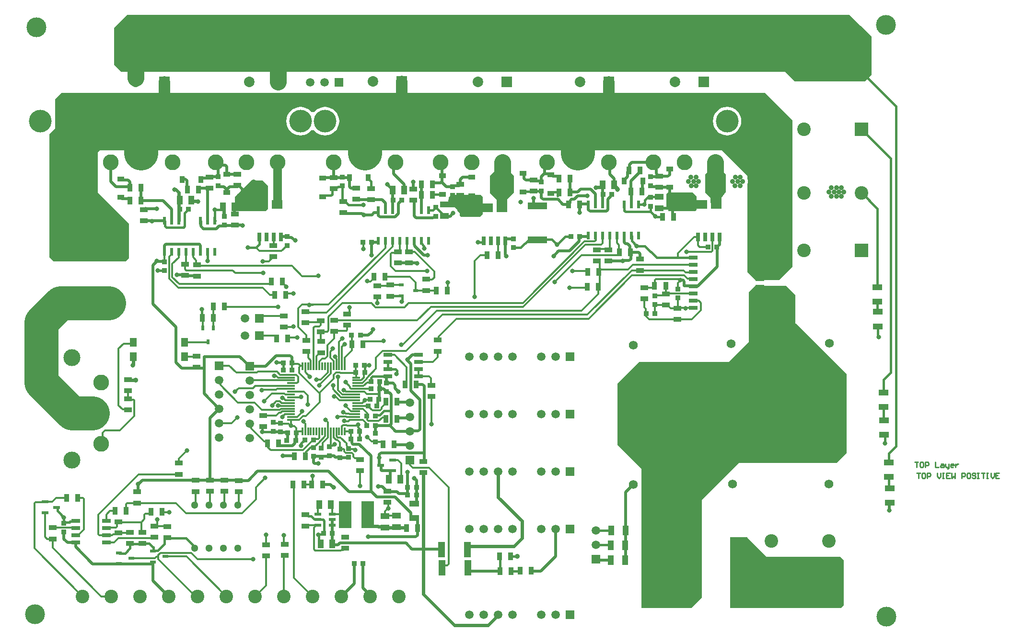
<source format=gtl>
G04*
G04 #@! TF.GenerationSoftware,Altium Limited,Altium Designer,20.0.13 (296)*
G04*
G04 Layer_Physical_Order=1*
G04 Layer_Color=255*
%FSLAX43Y43*%
%MOMM*%
G71*
G01*
G75*
%ADD12C,0.254*%
%ADD15C,0.300*%
%ADD22R,0.559X1.461*%
%ADD95R,1.450X0.950*%
%ADD96R,0.950X1.450*%
%ADD97R,0.650X1.580*%
%ADD98R,1.920X1.580*%
%ADD99R,0.910X1.220*%
%ADD100R,1.220X0.910*%
%ADD101R,1.800X1.050*%
%ADD102R,1.050X1.800*%
%ADD103R,0.850X0.850*%
%ADD104R,1.100X0.600*%
%ADD105R,1.300X1.500*%
%ADD106R,0.600X0.850*%
%ADD107R,1.300X0.600*%
%ADD108R,3.350X1.250*%
%ADD109R,2.250X4.800*%
%ADD110R,1.200X0.600*%
%ADD111R,3.150X12.500*%
%ADD112R,1.250X0.600*%
%ADD113R,1.590X4.440*%
%ADD114R,1.590X0.640*%
%ADD115R,1.300X2.700*%
%ADD116R,1.525X0.650*%
%ADD117R,1.524X1.016*%
%ADD118R,0.300X1.475*%
%ADD119R,1.475X0.300*%
%ADD120R,0.850X0.850*%
%ADD121R,1.016X1.524*%
%ADD122R,0.850X0.600*%
%ADD123C,0.500*%
%ADD124C,0.400*%
%ADD125C,2.000*%
%ADD126C,0.600*%
%ADD127C,1.500*%
%ADD128C,3.000*%
%ADD129C,6.000*%
%ADD130R,1.860X1.860*%
%ADD131C,1.860*%
%ADD132R,1.575X1.575*%
%ADD133C,1.575*%
%ADD134R,2.400X2.400*%
%ADD135C,2.400*%
%ADD136C,2.790*%
%ADD137R,1.500X1.500*%
%ADD138C,1.500*%
%ADD139R,1.500X1.500*%
%ADD140C,3.000*%
%ADD141C,1.300*%
%ADD142C,1.508*%
%ADD143R,1.508X1.508*%
%ADD144C,3.500*%
%ADD145C,4.000*%
%ADD146C,0.900*%
%ADD147C,0.800*%
G36*
X146264Y108759D02*
X150262Y105011D01*
X150262Y98165D01*
X149106Y97010D01*
X136725D01*
X135036Y98699D01*
X131247Y98699D01*
X23310Y98699D01*
X17741D01*
X16500Y99937D01*
X16500Y106460D01*
X18800Y108759D01*
X146264Y108759D01*
D02*
G37*
G36*
X124193Y80979D02*
X124550Y80543D01*
Y77460D01*
X123746Y76450D01*
Y75476D01*
X121923Y75476D01*
X121833Y75566D01*
X121833Y76478D01*
X120884Y77427D01*
X120884Y80638D01*
X121219Y80979D01*
X124193Y80979D01*
D02*
G37*
G36*
X86364Y81105D02*
X87063Y80252D01*
Y77374D01*
X85916Y76095D01*
X85916Y75269D01*
X84103Y75269D01*
X84014Y75359D01*
X84014Y76095D01*
X82864Y77245D01*
Y80297D01*
X83661Y81105D01*
X86364Y81105D01*
D02*
G37*
G36*
X119385Y76639D02*
Y74302D01*
X119162Y74079D01*
X114314D01*
Y74326D01*
X114051D01*
X114051Y75293D01*
X114023Y77109D01*
X114278Y77365D01*
X118659D01*
X119385Y76639D01*
D02*
G37*
G36*
X43664Y78515D02*
X43664Y74457D01*
X43256Y74050D01*
X37876Y74050D01*
X37786Y74140D01*
X37786Y75100D01*
Y76584D01*
X40682Y79480D01*
X42698D01*
X43664Y78515D01*
D02*
G37*
G36*
X81625Y76655D02*
Y73598D01*
X81053Y73026D01*
X77774D01*
X77528Y73272D01*
X77528Y73724D01*
X77216Y74035D01*
X77138Y74225D01*
X77132Y74231D01*
X77132Y74366D01*
X76719Y74780D01*
X75627Y74779D01*
X75525Y74881D01*
X75525Y76105D01*
X75604D01*
Y76534D01*
X75987Y76917D01*
Y76996D01*
X81284D01*
X81625Y76655D01*
D02*
G37*
G36*
X45282Y94986D02*
X45466Y94968D01*
X45650Y94986D01*
X131435Y94986D01*
X136265Y90155D01*
X136265Y64213D01*
X133948Y61896D01*
X129801D01*
X128345Y63352D01*
X128345Y78893D01*
X128416Y79066D01*
X128449Y79314D01*
X128416Y79562D01*
X128345Y79734D01*
Y80327D01*
X123859Y84813D01*
X13938Y84813D01*
X13599Y84468D01*
X13599Y77396D01*
X19121Y71874D01*
Y65739D01*
X18546Y65165D01*
X5772D01*
X5080Y65857D01*
X5080Y87750D01*
X6081Y88751D01*
X6081Y93865D01*
X7202Y94986D01*
X12316Y94986D01*
X45282Y94986D01*
D02*
G37*
G36*
X136828Y59219D02*
X136828Y54285D01*
X143702Y47411D01*
X145817Y45296D01*
X145817Y31295D01*
X144076Y29554D01*
X126852Y29554D01*
X120299Y23001D01*
Y5667D01*
X118376Y3908D01*
X109628D01*
Y28525D01*
X105364Y32789D01*
X105364Y43571D01*
X109204Y47411D01*
X125008Y47411D01*
X128586Y50990D01*
X128586Y59761D01*
X129770Y60892D01*
X135144Y60903D01*
X136828Y59219D01*
D02*
G37*
G36*
X131668Y12913D02*
X144758D01*
X145345Y12325D01*
X145345Y4370D01*
X144897Y3922D01*
X128188Y3922D01*
X128188Y16227D01*
X128306Y16275D01*
X131668Y12913D01*
D02*
G37*
%LPC*%
G36*
X53721Y92501D02*
X53231Y92453D01*
X52760Y92310D01*
X52325Y92078D01*
X51945Y91765D01*
X51812Y91603D01*
X51312D01*
X51179Y91765D01*
X50799Y92078D01*
X50364Y92310D01*
X49893Y92453D01*
X49403Y92501D01*
X48913Y92453D01*
X48442Y92310D01*
X48007Y92078D01*
X47627Y91765D01*
X47314Y91385D01*
X47082Y90950D01*
X46939Y90479D01*
X46891Y89989D01*
X46939Y89499D01*
X47082Y89028D01*
X47314Y88593D01*
X47627Y88213D01*
X48007Y87900D01*
X48442Y87668D01*
X48913Y87525D01*
X49403Y87477D01*
X49893Y87525D01*
X50364Y87668D01*
X50799Y87900D01*
X51179Y88213D01*
X51312Y88375D01*
X51812D01*
X51945Y88213D01*
X52325Y87900D01*
X52760Y87668D01*
X53231Y87525D01*
X53721Y87477D01*
X54211Y87525D01*
X54682Y87668D01*
X55117Y87900D01*
X55497Y88213D01*
X55810Y88593D01*
X56042Y89028D01*
X56185Y89499D01*
X56233Y89989D01*
X56185Y90479D01*
X56042Y90950D01*
X55810Y91385D01*
X55497Y91765D01*
X55117Y92078D01*
X54682Y92310D01*
X54211Y92453D01*
X53721Y92501D01*
D02*
G37*
G36*
X124747Y92522D02*
X124257Y92474D01*
X123786Y92331D01*
X123352Y92099D01*
X122971Y91786D01*
X122659Y91406D01*
X122427Y90971D01*
X122284Y90500D01*
X122235Y90010D01*
X122284Y89520D01*
X122427Y89049D01*
X122659Y88614D01*
X122971Y88234D01*
X123352Y87921D01*
X123786Y87689D01*
X124257Y87546D01*
X124747Y87498D01*
X125237Y87546D01*
X125709Y87689D01*
X126143Y87921D01*
X126524Y88234D01*
X126836Y88614D01*
X127068Y89049D01*
X127211Y89520D01*
X127259Y90010D01*
X127211Y90500D01*
X127068Y90971D01*
X126836Y91406D01*
X126524Y91786D01*
X126143Y92099D01*
X125709Y92331D01*
X125237Y92474D01*
X124747Y92522D01*
D02*
G37*
%LPD*%
D12*
X157896Y29700D02*
X158496D01*
X158196D01*
Y28801D01*
X159246Y29700D02*
X158946D01*
X158796Y29550D01*
Y28951D01*
X158946Y28801D01*
X159246D01*
X159396Y28951D01*
Y29550D01*
X159246Y29700D01*
X159696Y28801D02*
Y29700D01*
X160146D01*
X160296Y29550D01*
Y29251D01*
X160146Y29101D01*
X159696D01*
X161495Y29700D02*
Y28801D01*
X162095D01*
X162545Y29401D02*
X162845D01*
X162995Y29251D01*
Y28801D01*
X162545D01*
X162395Y28951D01*
X162545Y29101D01*
X162995D01*
X163295Y29401D02*
Y28951D01*
X163445Y28801D01*
X163894D01*
Y28651D01*
X163745Y28501D01*
X163595D01*
X163894Y28801D02*
Y29401D01*
X164644Y28801D02*
X164344D01*
X164194Y28951D01*
Y29251D01*
X164344Y29401D01*
X164644D01*
X164794Y29251D01*
Y29101D01*
X164194D01*
X165094Y29401D02*
Y28801D01*
Y29101D01*
X165244Y29251D01*
X165394Y29401D01*
X165544D01*
X158253Y27775D02*
X158853D01*
X158553D01*
Y26875D01*
X159603Y27775D02*
X159303D01*
X159153Y27625D01*
Y27025D01*
X159303Y26875D01*
X159603D01*
X159753Y27025D01*
Y27625D01*
X159603Y27775D01*
X160053Y26875D02*
Y27775D01*
X160503D01*
X160653Y27625D01*
Y27325D01*
X160503Y27175D01*
X160053D01*
X161852Y27775D02*
Y27175D01*
X162152Y26875D01*
X162452Y27175D01*
Y27775D01*
X162752D02*
X163052D01*
X162902D01*
Y26875D01*
X162752D01*
X163052D01*
X164101Y27775D02*
X163502D01*
Y26875D01*
X164101D01*
X163502Y27325D02*
X163802D01*
X164401Y27775D02*
Y26875D01*
X164701Y27175D01*
X165001Y26875D01*
Y27775D01*
X166201Y26875D02*
Y27775D01*
X166651D01*
X166801Y27625D01*
Y27325D01*
X166651Y27175D01*
X166201D01*
X167550Y27775D02*
X167250D01*
X167100Y27625D01*
Y27025D01*
X167250Y26875D01*
X167550D01*
X167700Y27025D01*
Y27625D01*
X167550Y27775D01*
X168600Y27625D02*
X168450Y27775D01*
X168150D01*
X168000Y27625D01*
Y27475D01*
X168150Y27325D01*
X168450D01*
X168600Y27175D01*
Y27025D01*
X168450Y26875D01*
X168150D01*
X168000Y27025D01*
X168900Y27775D02*
X169200D01*
X169050D01*
Y26875D01*
X168900D01*
X169200D01*
X169650Y27775D02*
X170249D01*
X169950D01*
Y26875D01*
X170549Y27775D02*
X170849D01*
X170699D01*
Y26875D01*
X170549D01*
X170849D01*
X171299Y27775D02*
Y27175D01*
X171599Y26875D01*
X171899Y27175D01*
Y27775D01*
X172799D02*
X172199D01*
Y26875D01*
X172799D01*
X172199Y27325D02*
X172499D01*
D15*
X117381Y56950D02*
X118775D01*
X112025Y57448D02*
Y57562D01*
X122160Y67042D02*
Y69480D01*
X121984Y66867D02*
X122160Y67042D01*
X117587Y66867D02*
X121984D01*
X65336Y64367D02*
X66203Y63500D01*
X65336Y64367D02*
Y66541D01*
X65512Y66717D01*
X66578D01*
X66778Y66917D01*
X59614Y35828D02*
Y36322D01*
Y35828D02*
X59976Y35466D01*
X59753Y35243D02*
X59976Y35466D01*
X59753Y35243D02*
X59817Y35179D01*
X60404Y37155D02*
X61087Y36472D01*
X59760Y37155D02*
X60404D01*
X61087Y36449D02*
Y36472D01*
X26758Y62413D02*
X27957Y61214D01*
X26758Y64731D02*
X27940Y65913D01*
X26758Y62413D02*
Y64731D01*
X26249Y62144D02*
Y66059D01*
X26668Y66478D02*
Y66929D01*
X26249Y66059D02*
X26668Y66478D01*
X26249Y62144D02*
X27814Y60579D01*
X27957Y61214D02*
X43925D01*
X27814Y60579D02*
X42697D01*
X47857Y64411D02*
X49657Y62611D01*
X31034Y64411D02*
X47857D01*
X30828Y64617D02*
X31034Y64411D01*
X43813Y65202D02*
X44628Y66017D01*
X42697Y65202D02*
X43813D01*
X99715Y68188D02*
X102490D01*
X88714Y57186D02*
X99715Y68188D01*
X102490D02*
X102741Y68438D01*
Y69793D01*
X72426Y57186D02*
X88714D01*
X70022Y54782D02*
X72426Y57186D01*
X67439Y50421D02*
X73495Y56477D01*
X99022D01*
X101981Y59436D01*
X68011Y49342D02*
X74461Y55792D01*
X100044D02*
X107879Y63626D01*
X74461Y55792D02*
X100044D01*
X73782Y51938D02*
X76890Y55046D01*
X100301D01*
X107954Y62699D01*
X57658Y55880D02*
X57741D01*
X52528Y62611D02*
X52540Y62623D01*
X64008Y51054D02*
X64058Y51104D01*
X57741Y55880D02*
X58066Y56205D01*
X49657Y62611D02*
X52528D01*
X58066Y56205D02*
Y57097D01*
X68163Y43698D02*
Y46506D01*
X66003Y48667D02*
X68163Y46506D01*
X67900Y43434D02*
X68163Y43698D01*
X49149Y45466D02*
X52782Y41833D01*
X64353Y20162D02*
Y21027D01*
X64797Y21472D02*
X64933D01*
X64353Y21027D02*
X64797Y21472D01*
X51390Y25781D02*
X51491Y25882D01*
Y27264D01*
X64828Y48667D02*
X66003D01*
X116012Y65856D02*
Y66592D01*
X118905Y69485D02*
X119615D01*
X116012Y66592D02*
X118905Y69485D01*
X121314Y67774D02*
X121385Y67703D01*
X119877Y67774D02*
X121314D01*
X119615Y68036D02*
Y69485D01*
Y68036D02*
X119877Y67774D01*
X122155Y69485D02*
X122160Y69480D01*
X118730Y64565D02*
X118750Y64545D01*
X108058Y64565D02*
X118730D01*
X102235Y63754D02*
X107247D01*
X108058Y64565D01*
X117188Y62699D02*
X117740Y62147D01*
X107954Y62699D02*
X117188D01*
X107879Y63626D02*
X109358D01*
X101981Y59436D02*
Y60706D01*
X96901Y60579D02*
X99904D01*
X100031Y60706D01*
X47706Y36159D02*
Y37155D01*
X64933Y21472D02*
Y22402D01*
X41529Y25273D02*
X43180Y26924D01*
X18587Y21082D02*
X18714Y21209D01*
X59944Y25527D02*
Y28194D01*
X67760Y57104D02*
X68503Y57847D01*
X88668D01*
X62656Y57104D02*
X67760D01*
X61913Y57847D02*
X62656Y57104D01*
X62966Y57854D02*
Y58902D01*
X62992Y58928D01*
X56813Y57847D02*
X61913D01*
X64876Y22458D02*
X64933Y22402D01*
X60481Y67356D02*
Y68525D01*
X60426Y68580D02*
X60481Y68525D01*
X53818Y37149D02*
X54228Y36740D01*
X55165Y32596D02*
X55407Y32838D01*
X54681Y32596D02*
X55165D01*
X17968Y39045D02*
X18822D01*
X18923Y38944D01*
X17272Y39742D02*
X17968Y39045D01*
X17272Y39742D02*
Y49784D01*
X19573Y12715D02*
X23665D01*
X23918Y12969D01*
X24213D01*
X19558Y12700D02*
X19573Y12715D01*
X24268Y12913D02*
Y13265D01*
Y12562D02*
Y12913D01*
X24213Y12969D02*
X24268Y12913D01*
X24668Y13665D02*
X30133D01*
X24268Y13265D02*
X24668Y13665D01*
X24268Y12562D02*
X30869Y5961D01*
X30133Y13665D02*
X31225Y12573D01*
X118765Y56940D02*
X118775Y56950D01*
X116054D02*
X117381D01*
X116361Y61893D02*
X116470D01*
X111971Y61876D02*
X112114Y62020D01*
X116234D02*
X116361Y61893D01*
X111971Y60909D02*
Y61876D01*
X111939Y60877D02*
X111971Y60909D01*
X112114Y62020D02*
X116234D01*
X116063Y61379D02*
X116470Y61785D01*
X67183Y26670D02*
Y29464D01*
X28884Y48387D02*
X30435D01*
X64876Y22458D02*
X64897Y22479D01*
X64770Y22606D02*
X64897Y22479D01*
X54573Y55607D02*
X56813Y57847D01*
X88668D02*
X99533Y68713D01*
X43678Y32268D02*
X44136Y31810D01*
X49851D01*
X50290Y32256D02*
X51816Y33782D01*
X50290Y32249D02*
Y32256D01*
X49851Y31810D02*
X50290Y32249D01*
X57036Y32037D02*
X57137Y31937D01*
X56388Y32030D02*
X56395Y32037D01*
X57036D01*
X57137Y31561D02*
X57342Y31356D01*
X57137Y31561D02*
Y31937D01*
X56386Y32032D02*
X56388Y32030D01*
X55955Y33579D02*
X56386Y33149D01*
Y32032D02*
Y33149D01*
X57228Y35179D02*
X58267D01*
X54228Y34035D02*
Y35167D01*
X57380Y39609D02*
X58334Y38655D01*
X57380Y39609D02*
Y39720D01*
X58334Y42655D02*
X59216D01*
X58128Y42860D02*
Y43051D01*
Y42860D02*
X58334Y42655D01*
X57340Y43840D02*
X58128Y43051D01*
X56938Y38559D02*
X57073D01*
X57377Y38255D01*
X57618Y36159D02*
X59720D01*
X57523Y36255D02*
X57618Y36159D01*
X56728Y36049D02*
X56933Y36255D01*
X57523D01*
X56728Y35167D02*
Y36049D01*
X54228Y35167D02*
Y36740D01*
X60513Y43155D02*
X61173Y43815D01*
X61823D01*
X61061Y44410D02*
Y44577D01*
X60306Y43655D02*
X61061Y44410D01*
X60098Y44155D02*
X60561Y44618D01*
Y45422D02*
X60732Y45593D01*
X60561Y44618D02*
Y45422D01*
X61061Y44577D02*
X62738Y46254D01*
Y48159D01*
X58065Y31978D02*
X59000D01*
X59101Y31877D01*
X57912Y32131D02*
X58065Y31978D01*
X55726Y33579D02*
X55955D01*
X55228Y34077D02*
X55726Y33579D01*
X55933Y34079D02*
X56471D01*
X55728Y34285D02*
X55933Y34079D01*
X57531Y32652D02*
Y33020D01*
X56471Y34079D02*
X57531Y33020D01*
X54728Y32723D02*
Y35167D01*
X52508Y33036D02*
X52508D01*
X52031Y32559D02*
X52508Y33036D01*
X52508D02*
X53728Y34256D01*
X53268Y32460D02*
Y33075D01*
X54228Y34035D01*
X53728Y34256D02*
Y34671D01*
X51816Y33782D02*
X52547D01*
X52728Y33963D02*
Y35167D01*
X52547Y33782D02*
X52728Y33963D01*
X55728Y34285D02*
Y35167D01*
X57342Y31356D02*
X57342Y31356D01*
X58482D02*
X58729Y31109D01*
X57342Y31356D02*
X58482D01*
X58729Y30661D02*
Y31109D01*
Y30661D02*
X58977Y30413D01*
X59675D01*
X59944Y30144D01*
X61214Y34087D02*
Y34163D01*
X55228Y34077D02*
Y35167D01*
X51390Y32467D02*
X51689D01*
X57531Y32652D02*
X57658Y32525D01*
X59221Y42155D02*
X60715D01*
X61087Y41783D02*
X63288D01*
X60715Y42155D02*
X61087Y41783D01*
X116054Y56950D02*
X116063Y56960D01*
X115962Y56858D02*
X116054Y56950D01*
X116063Y56960D02*
Y58718D01*
X113928Y57489D02*
X114178D01*
X114611Y57056D01*
Y57034D02*
Y57056D01*
Y57034D02*
X114787Y56858D01*
X115962D01*
X113682Y57391D02*
X113803D01*
X112025Y55924D02*
Y57448D01*
X110120Y57067D02*
X110374Y56813D01*
X110120Y57067D02*
Y58591D01*
X110374Y56025D02*
X110475Y55924D01*
X110374Y56025D02*
Y56813D01*
X110234Y55683D02*
X111009Y54908D01*
X113576Y59212D02*
X113889Y59525D01*
X115962Y54908D02*
X118502D01*
X111009D02*
X115962D01*
X118502D02*
X120153Y56559D01*
X18587Y22270D02*
X18796Y22479D01*
X18587Y21082D02*
Y22270D01*
X18796Y22479D02*
X20574D01*
X4289Y22667D02*
X5522D01*
X6223Y23368D02*
X8083D01*
X5522Y22667D02*
X6223Y23368D01*
X11176Y17814D02*
Y23192D01*
X10033Y23368D02*
X11000D01*
X11176Y23192D01*
X2413Y22434D02*
X2589Y22610D01*
X2413Y14450D02*
X10902Y5961D01*
X2589Y22610D02*
X4232D01*
X2413Y14450D02*
Y22434D01*
X16510Y15494D02*
X17272Y16256D01*
X23413D02*
X23622Y16465D01*
X17272Y16256D02*
X23413D01*
X15113Y16764D02*
X15113Y16764D01*
X16150D01*
X16304Y16918D01*
X17004D01*
X17272Y17186D01*
X19240Y17227D02*
X19273Y17260D01*
X17444Y17227D02*
X19240D01*
X17018Y19067D02*
Y19177D01*
X22020Y20574D02*
X22688D01*
X17018Y18296D02*
Y19067D01*
X21285D02*
X21844Y19626D01*
Y20398D02*
X22020Y20574D01*
X21844Y19626D02*
Y20398D01*
X21285Y17450D02*
Y19067D01*
Y17450D02*
X21463Y17272D01*
X17018Y19177D02*
X17128Y19067D01*
X21285D01*
X23622Y18333D02*
X25863D01*
X23622Y18415D02*
X23805D01*
X24130Y18740D01*
Y19558D01*
X24937Y20955D02*
X25064Y21082D01*
X24937Y20955D02*
X25064Y20828D01*
X26207D01*
X27379Y22479D02*
X29157Y20701D01*
X20574Y22479D02*
X27379D01*
X25863Y18333D02*
X25908Y18288D01*
X40677Y35650D02*
X42971Y33356D01*
X40677Y35650D02*
Y36218D01*
X42971Y33356D02*
X43434D01*
X40428Y36467D02*
X40677Y36218D01*
X52051Y18580D02*
X52270D01*
X50901D02*
X52051D01*
X56582Y14153D02*
X56952D01*
X56526Y14097D02*
X56582Y14153D01*
X51992Y14097D02*
X56526D01*
X51816Y14273D02*
X51992Y14097D01*
X51816Y14273D02*
Y18126D01*
X66203Y63500D02*
X71740D01*
X46336Y41065D02*
X46745Y40655D01*
X46067Y40155D02*
X47740D01*
X41275Y40259D02*
X42555Y38979D01*
X45743Y40479D02*
X46067Y40155D01*
X45488Y39729D02*
X45543Y39674D01*
X44394Y39751D02*
X45122Y40479D01*
X42555Y38979D02*
X45771D01*
X46211Y41065D02*
X46336D01*
X45432Y39729D02*
X45488D01*
X45122Y40479D02*
X45743D01*
X45771Y38979D02*
X45947Y39155D01*
X44394Y39729D02*
Y39751D01*
X45543Y39674D02*
X45827D01*
X46745Y40655D02*
X47740D01*
X46502Y41849D02*
X46696Y41655D01*
X42969Y40497D02*
X44321Y41849D01*
X46502D01*
X45118Y42477D02*
X45297Y42655D01*
X42591Y42389D02*
X42678Y42477D01*
X45118D01*
X29204Y63627D02*
X37405D01*
X37887Y63144D01*
X29028Y63803D02*
X29204Y63627D01*
X29028Y63803D02*
Y64667D01*
X64999Y20218D02*
X66446D01*
X66196Y20327D02*
X66424Y20555D01*
X52730Y43302D02*
Y43387D01*
X54728Y45385D01*
X41377Y43155D02*
X47735D01*
X41013Y42791D02*
X41377Y43155D01*
X45297Y42655D02*
X47740D01*
X52782Y40336D02*
Y41833D01*
X50320Y37874D02*
X52782Y40336D01*
X49838Y37874D02*
X50320D01*
X72517Y36447D02*
Y41316D01*
X37846Y42164D02*
X38473Y42791D01*
X41013D01*
X57929Y38255D02*
X58028Y38155D01*
Y37655D02*
X59216D01*
X57135Y37005D02*
X57177D01*
X58028Y38155D02*
X59216D01*
X55957Y37669D02*
X56042Y37755D01*
X57545Y37655D02*
X58028D01*
X58028Y37655D01*
X57177Y37005D02*
X57224Y36957D01*
X57446Y37755D02*
X57545Y37655D01*
X57377Y38255D02*
X57929D01*
X56042Y37755D02*
X57446D01*
X73025Y62357D02*
Y63414D01*
X68534Y66911D02*
X69527D01*
X73025Y63414D01*
X68197Y67248D02*
X68534Y66911D01*
X67190Y50421D02*
X67439D01*
X67188Y50424D02*
X67190Y50421D01*
X102235Y63754D02*
Y65278D01*
X52782Y42005D02*
X55257Y44481D01*
X45947Y39155D02*
X47740D01*
X46154Y38655D02*
X47740D01*
X45968Y38469D02*
X46154Y38655D01*
X45581Y38469D02*
X45968D01*
X45085Y37973D02*
X45581Y38469D01*
X46200Y37716D02*
X46639Y38155D01*
X47706Y36159D02*
X47772Y36093D01*
X47630Y36159D02*
X47706D01*
X47281Y36508D02*
X47630Y36159D01*
X45928Y36508D02*
X47281D01*
X43180Y37973D02*
X45085D01*
X46696Y41655D02*
X47740D01*
X45235Y45695D02*
X45775Y45155D01*
X41861Y45695D02*
X45235D01*
X41693Y45527D02*
X41861Y45695D01*
X46639Y38155D02*
X47740D01*
X45106Y44945D02*
X45396Y44655D01*
X40496Y44155D02*
X47740D01*
X45396Y44655D02*
X47740D01*
X45775Y45155D02*
X48622D01*
X44719Y44945D02*
X45106D01*
X50228Y45657D02*
X51054Y44831D01*
X50228Y45657D02*
Y46643D01*
X56273Y42123D02*
Y42129D01*
X56007Y42395D02*
X56273Y42129D01*
X56007Y42395D02*
Y44798D01*
X55141Y42547D02*
Y43304D01*
Y42547D02*
X56533Y41155D01*
X56312Y40655D02*
X59216D01*
X55540Y41427D02*
X56312Y40655D01*
X56273Y42123D02*
X56741Y41655D01*
X58801D01*
X55318Y41310D02*
X55423D01*
X55540Y41427D01*
X56533Y41155D02*
X58333D01*
X57023Y42433D02*
X57135D01*
X58334Y41155D02*
X59216D01*
X58333Y41155D02*
X58334Y41155D01*
X55257Y44481D02*
Y45109D01*
X52782Y41833D02*
Y42005D01*
X55257Y45109D02*
X55696Y45548D01*
X56400Y45466D02*
X59055D01*
X56318Y45548D02*
X56400Y45466D01*
X55696Y45548D02*
X56318D01*
X57135Y42433D02*
X57413Y42155D01*
X48290Y36093D02*
X48641Y35742D01*
X47772Y36093D02*
X48290D01*
X48641Y34925D02*
Y35742D01*
X45847Y36589D02*
X45928Y36508D01*
X45834Y36576D02*
X45847Y36589D01*
X49119Y37155D02*
X49838Y37874D01*
X49923Y36810D02*
X50228Y36505D01*
X49923Y36810D02*
Y36898D01*
X48831Y37655D02*
X49705Y38529D01*
Y38707D01*
X38039Y45527D02*
X41693D01*
X46199Y61405D02*
X46853Y60751D01*
Y60676D02*
Y60751D01*
X46979Y59494D02*
X48179D01*
X46794Y59309D02*
X46979Y59494D01*
X55478Y48381D02*
X55528Y48331D01*
X54661Y48137D02*
Y49212D01*
X54161Y48443D02*
Y50346D01*
X54661Y49212D02*
X55118Y49669D01*
X54661Y48137D02*
X55228Y47570D01*
X53728Y48010D02*
X54161Y48443D01*
X55118Y49669D02*
Y49784D01*
X55528Y48152D02*
Y48331D01*
X57228Y48211D02*
X58461Y49444D01*
X56228Y50999D02*
X56769Y51540D01*
X56228Y46643D02*
Y50999D01*
X56728Y46643D02*
Y50088D01*
X55728Y46643D02*
Y47952D01*
X57228Y46643D02*
Y48211D01*
X56728Y50088D02*
X57186Y50546D01*
X56769Y51540D02*
Y51562D01*
X55528Y48152D02*
X55728Y47952D01*
X47282Y51727D02*
X48794D01*
X47117Y51562D02*
X47282Y51727D01*
X46482Y53594D02*
X48043D01*
X48107Y53658D01*
X49022Y53594D02*
X50419Y52197D01*
X49022Y53594D02*
Y56896D01*
X49668Y57542D01*
X51664D01*
X50419Y51226D02*
Y52197D01*
X78994Y10914D02*
X79494Y10414D01*
X78994Y10914D02*
Y11049D01*
X74394D02*
X74775Y11430D01*
X75311D01*
X75565Y11684D01*
X72136Y28702D02*
X75565Y25273D01*
Y11684D02*
Y25273D01*
X69215Y28702D02*
X72136D01*
X68707Y29210D02*
X69215Y28702D01*
X68707Y29210D02*
Y30099D01*
X94297Y61532D02*
X99070Y66304D01*
X97409Y63500D02*
X99990D01*
X99070Y66304D02*
X105371D01*
X99990Y63500D02*
X100117Y63373D01*
X57413Y42155D02*
X59216D01*
X60752Y40653D02*
X60801D01*
X60303Y40155D02*
X60752Y40604D01*
X59216Y40155D02*
X60303D01*
X60752Y40711D02*
X61553D01*
X60752Y40604D02*
Y40711D01*
X37887Y63144D02*
X42850D01*
X49489Y41155D02*
X49530Y41196D01*
X49399Y41152D02*
X49403Y41155D01*
X49444Y41196D01*
X49530D01*
X49403Y41155D02*
X49489D01*
X47740D02*
X49403D01*
X65659Y30099D02*
X65694Y30064D01*
X66583D02*
X67183Y29464D01*
X65694Y30064D02*
X66583D01*
X58334Y38655D02*
X59216D01*
X49149Y45466D02*
Y46482D01*
X49395Y46728D01*
X61912Y33389D02*
X62496D01*
X62611Y33274D01*
X61214Y34087D02*
X61912Y33389D01*
X62611Y33274D02*
X63683D01*
X64008Y32949D01*
Y32893D02*
Y32949D01*
X50673Y39878D02*
Y41529D01*
X47745Y42155D02*
X50047D01*
X50673Y41529D01*
X50228Y35167D02*
Y36505D01*
X41529Y23114D02*
Y25273D01*
X29157Y20701D02*
X39116D01*
X41529Y23114D01*
X50387Y31464D02*
X51390Y32467D01*
X50292Y30734D02*
X50387Y30829D01*
Y31464D01*
X45847Y39655D02*
X47740D01*
X45827Y39674D02*
X45847Y39655D01*
X36799Y46767D02*
X38039Y45527D01*
X40428Y44087D02*
X40496Y44155D01*
X47740Y43655D02*
X48735D01*
X48963Y43883D02*
Y44814D01*
X48735Y43655D02*
X48963Y43883D01*
X63729Y39368D02*
X64478Y40117D01*
X61284Y39655D02*
X61315Y39624D01*
X64478Y40117D02*
Y40367D01*
X61103Y39655D02*
X61284D01*
X63729Y39143D02*
Y39368D01*
X63435Y38849D02*
X63729Y39143D01*
X62090Y38849D02*
X63435D01*
X59216Y43155D02*
X60513D01*
X59958Y43655D02*
X60306D01*
X50927Y57531D02*
X51652D01*
X51664Y57542D01*
X27940Y30353D02*
X29337Y31750D01*
X27940Y29509D02*
Y30353D01*
X30869Y5961D02*
X31222D01*
X31225Y12573D02*
X41021D01*
X13716Y20447D02*
X20828Y27559D01*
X13716Y16940D02*
Y20447D01*
X13892Y16764D02*
X15113D01*
X13716Y16940D02*
X13892Y16764D01*
X10126D02*
X11176Y17814D01*
X25568Y13015D02*
X29248D01*
X36302Y5961D02*
Y5961D01*
X29248Y13015D02*
X36302Y5961D01*
X99533Y68713D02*
X101297D01*
X47905Y47117D02*
X49022D01*
X42697Y60579D02*
X43967Y59309D01*
X50241Y54362D02*
X50362Y54483D01*
X52705D02*
X52959Y54737D01*
X50362Y54483D02*
X52705D01*
X72063Y44857D02*
X72420Y44500D01*
Y43362D02*
X72517Y43266D01*
X72420Y43362D02*
Y44500D01*
X55001Y17155D02*
Y18580D01*
X48026Y25780D02*
X48260Y25546D01*
Y9243D02*
Y25546D01*
X62738Y48159D02*
X63921Y49342D01*
X68011D01*
X59216Y44155D02*
X60098D01*
X59216Y42655D02*
X61806D01*
X54728Y45385D02*
Y46643D01*
X52197Y44323D02*
X52959D01*
X54228Y45592D01*
X47905Y45974D02*
Y47117D01*
X49395Y46728D02*
Y46744D01*
X49022Y47117D02*
X49395Y46744D01*
X55372Y51557D02*
Y52832D01*
X54161Y50346D02*
X55372Y51557D01*
X55228Y46648D02*
Y47570D01*
X55372Y52832D02*
X55499Y52959D01*
X58461Y50546D02*
Y51876D01*
Y49444D02*
Y50546D01*
X59055Y45466D02*
X59182Y45593D01*
X54228Y45592D02*
Y46643D01*
X48622Y45155D02*
X48963Y44814D01*
X61103Y39655D02*
X61284D01*
X62090Y38849D01*
X61214Y37973D02*
Y38328D01*
Y37146D02*
X61390Y36970D01*
X61214Y37146D02*
Y37973D01*
X61390Y36970D02*
X63228D01*
X63858Y37600D01*
X101471Y69793D02*
X101546Y69718D01*
Y68961D02*
Y69718D01*
X101297Y68713D02*
X101546Y68961D01*
X114428Y59493D02*
X118121D01*
X117740Y62147D02*
X118658D01*
X118775Y62030D01*
X51728Y46643D02*
Y53506D01*
X51943Y53721D02*
X52705D01*
X51728Y53506D02*
X51943Y53721D01*
X50762Y48167D02*
X51228Y47701D01*
X51228Y46643D02*
X51228Y46643D01*
Y47701D01*
X54297Y55402D02*
X54502Y55607D01*
X54573D01*
X52959Y52787D02*
X54121D01*
X54297Y52963D01*
Y55402D01*
X51664Y57542D02*
X54367D01*
X64387Y67562D02*
Y68834D01*
X54367Y57542D02*
X64387Y67562D01*
X52728Y46643D02*
Y47526D01*
X53212Y48010D01*
X53728D01*
X52228Y48455D02*
X52836Y49063D01*
X53086D01*
X52228Y46643D02*
Y48455D01*
X80137Y58928D02*
Y65278D01*
X81126Y66267D02*
X82328D01*
X80137Y65278D02*
X81126Y66267D01*
X75438Y60021D02*
Y61468D01*
X15113Y15494D02*
X15176Y15557D01*
X15240Y15494D02*
X16510D01*
X15113Y18034D02*
X15199Y18120D01*
X16842D01*
X17018Y18296D01*
X20828Y27559D02*
X27940D01*
X5670Y18079D02*
X5688Y18097D01*
X9626D02*
X9689Y18034D01*
X5688Y18097D02*
X9626D01*
X51816Y18126D02*
X52051Y18361D01*
Y18430D01*
X52201Y18580D01*
X46482Y15285D02*
X46609Y15158D01*
X46482Y15285D02*
Y16764D01*
X43307Y15113D02*
X43322Y15128D01*
Y16846D01*
X46462Y13061D02*
X46609Y13208D01*
X46462Y5961D02*
Y13061D01*
X61074Y36195D02*
X61302D01*
X57224Y36957D02*
X57872D01*
X116470Y61785D02*
Y61893D01*
X35687Y57150D02*
X45466D01*
X59216Y37155D02*
X59700D01*
X58070D02*
X59216D01*
X37226Y36591D02*
X38221Y37586D01*
Y37596D01*
X61214Y61722D02*
X61277Y61659D01*
X61782D01*
X62992Y60878D02*
X65151D01*
X65278Y61005D01*
X116063Y60268D02*
Y61379D01*
X42138Y67046D02*
X46057D01*
X41544Y67640D02*
X42138Y67046D01*
X46057D02*
X47028Y68017D01*
X58394Y51943D02*
X58461Y51876D01*
X60786Y51054D02*
X64008D01*
X60411Y50679D02*
X60786Y51054D01*
X50834Y56229D02*
X50944Y56119D01*
X53960D02*
X65657Y67816D01*
X50944Y56119D02*
X53960D01*
X50834Y56229D02*
Y56286D01*
X57228Y35167D02*
Y35179D01*
X58267Y34036D02*
Y35179D01*
X63532Y29149D02*
X63559D01*
X63627Y29081D01*
X63332Y29349D02*
X63532Y29149D01*
X49643Y46728D02*
X49728Y46643D01*
X49395Y46728D02*
X49643D01*
X47740Y37155D02*
X49119D01*
X47740Y37655D02*
X48831D01*
X48641Y34925D02*
X48883Y35167D01*
X49728D01*
X116012Y65856D02*
X116038Y65830D01*
X43967Y59309D02*
X44844D01*
X46199Y61405D02*
Y61643D01*
X49976Y25780D02*
X51390D01*
X59216Y39655D02*
X61103D01*
X63858Y37600D02*
X64397D01*
X59216Y39155D02*
X60387D01*
X61214Y38328D01*
X57872Y36957D02*
X58070Y37155D01*
X17272Y49784D02*
X18161Y50673D01*
X19630D02*
X19884Y50927D01*
X18161Y50673D02*
X19630D01*
X27940Y29509D02*
X27940Y29509D01*
X41382Y5961D02*
X43307Y7886D01*
Y13026D01*
X5670Y14523D02*
Y16129D01*
Y14523D02*
X14232Y5961D01*
X15113Y19304D02*
Y20447D01*
X15748Y21082D02*
X16637D01*
X15113Y20447D02*
X15748Y21082D01*
X4232Y22610D02*
X4289Y22667D01*
X38533Y22187D02*
Y24500D01*
X35993Y22187D02*
Y24500D01*
X43434Y33356D02*
X43678Y33112D01*
Y32268D02*
Y33112D01*
X44805Y36606D02*
X44835Y36576D01*
X45834D01*
X102235Y60960D02*
Y63754D01*
X109358Y63626D02*
X117023D01*
X118750Y64545D02*
X118775Y64570D01*
X27940Y65913D02*
Y66927D01*
X27938Y66929D02*
X27940Y66927D01*
X35028Y46767D02*
X36799D01*
X117023Y63626D02*
X117439Y63210D01*
X112152Y57448D02*
X113500D01*
X113625D02*
X113682Y57391D01*
X113889Y59525D02*
Y60877D01*
X110120Y60541D02*
X111603D01*
X111764Y60702D01*
X112406Y59212D02*
X113576D01*
X55372Y54782D02*
X70022D01*
X101981Y60706D02*
X102235Y60960D01*
X73782Y51389D02*
Y51938D01*
X70252Y47397D02*
X72797D01*
X73660Y48260D02*
Y49317D01*
X72797Y47397D02*
X73660Y48260D01*
X117439Y63210D02*
X118685D01*
X118775Y63300D01*
X120153Y56559D02*
Y57829D01*
X118775Y58220D02*
X119762D01*
X120153Y57829D01*
X71628Y62021D02*
X71673Y61976D01*
X72644D01*
X73025Y62357D01*
X71740Y63500D02*
X71755Y63485D01*
X66778Y66967D02*
X66927Y67116D01*
X68707Y62484D02*
X69703Y61488D01*
X64307Y62484D02*
X68707D01*
X69703Y60071D02*
X73406D01*
X69703D02*
Y61488D01*
X73406Y60071D02*
X73406Y60071D01*
X65294Y61021D02*
X67203D01*
X65278Y61005D02*
X65294Y61021D01*
X33401Y26461D02*
Y26502D01*
X35249Y43364D02*
X38354Y40259D01*
X35249Y43364D02*
Y44006D01*
X38354Y40259D02*
X41275D01*
X35028Y44227D02*
X35249Y44006D01*
X35043Y36591D02*
X37226D01*
X35028Y36607D02*
X35043Y36591D01*
X65657Y67816D02*
Y68834D01*
X41382Y5961D02*
Y5961D01*
X4273Y20751D02*
X4289Y20767D01*
X4273Y16510D02*
Y20751D01*
X4654Y16129D02*
X5670D01*
X4273Y16510D02*
X4654Y16129D01*
X9689Y16764D02*
X10126D01*
X48260Y9243D02*
X51542Y5961D01*
X70252Y44857D02*
X72063D01*
X52270Y18580D02*
X52501D01*
X55001D02*
Y19530D01*
X54733Y22180D02*
X55001Y21912D01*
Y20480D02*
Y21912D01*
Y20480D02*
X57201D01*
X57301Y20380D01*
X52501Y20480D02*
Y21980D01*
X52701Y22180D01*
X50701Y18380D02*
X50901Y18580D01*
X30828Y64617D02*
X30988Y64777D01*
Y65405D01*
X30478Y65915D02*
X30988Y65405D01*
X30478Y65915D02*
Y66929D01*
X25328Y65117D02*
X25398Y65187D01*
Y66929D01*
X39624Y55118D02*
X39687Y55055D01*
X39560Y52133D02*
X39624Y52070D01*
X33991Y55290D02*
Y57277D01*
Y55290D02*
X34036Y55245D01*
Y53467D02*
Y55245D01*
X32136Y53467D02*
Y55195D01*
X32086Y55245D02*
X32136Y55195D01*
X28884Y50927D02*
X33046D01*
X33086Y50967D01*
X14232Y5961D02*
X15982D01*
X19949Y40748D02*
X20066Y40631D01*
X19069Y40748D02*
X19949D01*
X20066Y37846D02*
Y40631D01*
X18923Y40894D02*
X19069Y40748D01*
X14478Y33201D02*
Y34925D01*
X14859Y35306D01*
X17526D01*
X14171Y32894D02*
X14478Y33201D01*
X17526Y35306D02*
X20066Y37846D01*
X18923Y40894D02*
Y42373D01*
X42463Y55544D02*
X46482D01*
X42037Y55118D02*
X42463Y55544D01*
X45167Y51562D02*
Y51695D01*
X44792Y52070D02*
X45167Y51695D01*
X42164Y52070D02*
X44792D01*
X57658Y53076D02*
Y53930D01*
X55499Y52959D02*
X57541D01*
X57658Y53076D01*
X33453Y22187D02*
Y24500D01*
X33401Y24552D02*
X33453Y24500D01*
X35941Y24552D02*
X35993Y24500D01*
X38481Y24552D02*
X38533Y24500D01*
X30913Y22187D02*
Y24459D01*
X30861Y24511D02*
X30913Y24459D01*
X105371Y66304D02*
X105746Y66679D01*
Y66929D01*
X105664Y67011D02*
X105746Y66929D01*
X105664Y67011D02*
Y68072D01*
X105281Y68455D02*
X105664Y68072D01*
X105281Y68455D02*
Y69793D01*
X103923Y67396D02*
X104011Y67484D01*
X102235Y67396D02*
X103923D01*
X104011Y67484D02*
Y69793D01*
X61782Y61659D02*
X62357Y62234D01*
Y62484D01*
X52959Y51140D02*
Y52787D01*
Y51140D02*
X53086Y51013D01*
X50471Y49239D02*
X50762Y48948D01*
Y48167D02*
Y48948D01*
X52959Y53975D02*
Y54737D01*
X52705Y53721D02*
X52959Y53975D01*
X29208Y64847D02*
Y66929D01*
X29028Y64667D02*
X29208Y64847D01*
X68197Y67248D02*
Y68834D01*
X66927Y67116D02*
Y68834D01*
X70252Y44857D02*
Y46127D01*
X59216Y44655D02*
Y45559D01*
X59182Y45593D02*
X59216Y45559D01*
X59182Y45593D02*
Y46609D01*
X61553Y40711D02*
X61653Y40811D01*
X44704Y68043D02*
Y69658D01*
X44628Y67967D02*
X44704Y68043D01*
X84278Y66267D02*
Y68815D01*
X84328Y68865D01*
D22*
X25398Y72377D02*
D03*
X26668D02*
D03*
X27938D02*
D03*
X31748D02*
D03*
X33018D02*
D03*
X34288D02*
D03*
Y66929D02*
D03*
X33018D02*
D03*
X31748D02*
D03*
X30478D02*
D03*
X29208D02*
D03*
X27938D02*
D03*
X26668D02*
D03*
X25398D02*
D03*
X100201Y75241D02*
D03*
X101471D02*
D03*
X102741D02*
D03*
X106551D02*
D03*
X107821D02*
D03*
X109091D02*
D03*
Y69793D02*
D03*
X107821D02*
D03*
X106551D02*
D03*
X105281D02*
D03*
X104011D02*
D03*
X102741D02*
D03*
X101471D02*
D03*
X100201D02*
D03*
X63117Y74282D02*
D03*
X64387D02*
D03*
X65657D02*
D03*
X69467D02*
D03*
X70737D02*
D03*
X72007D02*
D03*
Y68834D02*
D03*
X70737D02*
D03*
X69467D02*
D03*
X68197D02*
D03*
X66927D02*
D03*
X65657D02*
D03*
X64387D02*
D03*
X63117D02*
D03*
D95*
X69299Y77948D02*
D03*
Y75998D02*
D03*
X37778Y73554D02*
D03*
Y71604D02*
D03*
X21769Y74355D02*
D03*
Y72405D02*
D03*
X56988Y73851D02*
D03*
Y75801D02*
D03*
X90532Y77639D02*
D03*
Y79589D02*
D03*
X112757Y78287D02*
D03*
Y80237D02*
D03*
X38214Y80601D02*
D03*
Y78651D02*
D03*
X77636Y78789D02*
D03*
Y76839D02*
D03*
X55222Y80024D02*
D03*
Y78074D02*
D03*
X17272Y17186D02*
D03*
Y19136D02*
D03*
X46482Y53594D02*
D03*
Y55544D02*
D03*
X71628Y62021D02*
D03*
Y60071D02*
D03*
X43307Y13163D02*
D03*
Y15113D02*
D03*
X46609Y15158D02*
D03*
Y13208D02*
D03*
X61844Y78080D02*
D03*
Y76130D02*
D03*
X65278Y61005D02*
D03*
Y59055D02*
D03*
X101727Y65278D02*
D03*
Y67228D02*
D03*
X62992Y60878D02*
D03*
Y58928D02*
D03*
X31115Y64561D02*
D03*
Y62611D02*
D03*
X29028Y64667D02*
D03*
Y62717D02*
D03*
X103759Y65278D02*
D03*
Y67228D02*
D03*
X66609Y66898D02*
D03*
Y64948D02*
D03*
X31031Y46472D02*
D03*
Y48422D02*
D03*
X64770Y24556D02*
D03*
Y22606D02*
D03*
X57277Y14478D02*
D03*
Y16428D02*
D03*
X50292Y20365D02*
D03*
Y18415D02*
D03*
X73660Y51267D02*
D03*
Y49317D02*
D03*
X44628Y67967D02*
D03*
Y66017D02*
D03*
X5670Y18079D02*
D03*
Y16129D02*
D03*
X71120Y27854D02*
D03*
Y29804D02*
D03*
X72517Y41316D02*
D03*
Y43266D02*
D03*
X59944Y30144D02*
D03*
Y28194D02*
D03*
X52959Y52787D02*
D03*
Y54737D02*
D03*
X57658Y53930D02*
D03*
Y55880D02*
D03*
X55372Y54782D02*
D03*
Y52832D02*
D03*
X53086Y49063D02*
D03*
Y51013D02*
D03*
X50241Y56312D02*
D03*
Y54362D02*
D03*
X50419Y49276D02*
D03*
Y51226D02*
D03*
X25908Y18288D02*
D03*
Y16338D02*
D03*
X20574Y24429D02*
D03*
Y22479D02*
D03*
X21463Y15322D02*
D03*
Y17272D02*
D03*
X113928Y57489D02*
D03*
Y59439D02*
D03*
X115962Y54908D02*
D03*
Y56858D02*
D03*
X110120Y58591D02*
D03*
Y60541D02*
D03*
X109358Y65576D02*
D03*
Y63626D02*
D03*
X18923Y44323D02*
D03*
Y42373D02*
D03*
Y38944D02*
D03*
Y40894D02*
D03*
X33344Y78187D02*
D03*
Y80137D02*
D03*
X59219Y76164D02*
D03*
Y78114D02*
D03*
X30861Y24511D02*
D03*
Y26461D02*
D03*
X33401Y26502D02*
D03*
Y24552D02*
D03*
X35941D02*
D03*
Y26502D02*
D03*
X38533Y26450D02*
D03*
Y24500D02*
D03*
X68528Y66917D02*
D03*
Y64967D02*
D03*
X42805Y37973D02*
D03*
Y36023D02*
D03*
X27940Y27559D02*
D03*
Y29509D02*
D03*
X19273Y17260D02*
D03*
Y15310D02*
D03*
X23622Y16465D02*
D03*
Y18415D02*
D03*
D96*
X115289Y73101D02*
D03*
X113339D02*
D03*
X98682Y75276D02*
D03*
X96732D02*
D03*
X68107Y18036D02*
D03*
X70057D02*
D03*
X53340Y25781D02*
D03*
X51390D02*
D03*
X45167Y51562D02*
D03*
X47117D02*
D03*
X62357Y62484D02*
D03*
X64307D02*
D03*
X73406Y60071D02*
D03*
X75356D02*
D03*
X49976Y25780D02*
D03*
X48026D02*
D03*
X66428Y40367D02*
D03*
X64478D02*
D03*
X64471Y37338D02*
D03*
X66421D02*
D03*
X24937Y20955D02*
D03*
X22987D02*
D03*
X16637Y21082D02*
D03*
X18587D02*
D03*
X32086Y55245D02*
D03*
X34036D02*
D03*
X35941Y57277D02*
D03*
X33991D02*
D03*
X107696Y66804D02*
D03*
X105746D02*
D03*
X67900Y43434D02*
D03*
X69850D02*
D03*
X10033Y23368D02*
D03*
X8083D02*
D03*
X60411Y50546D02*
D03*
X58461D02*
D03*
X46199Y61643D02*
D03*
X44249D02*
D03*
X44844Y59309D02*
D03*
X46794D02*
D03*
X45552Y33020D02*
D03*
X43602D02*
D03*
X111939Y60877D02*
D03*
X113889D02*
D03*
X102067Y63373D02*
D03*
X100117D02*
D03*
X84664Y10414D02*
D03*
X86614D02*
D03*
X90170Y10541D02*
D03*
X88220D02*
D03*
X31383Y77877D02*
D03*
X29433D02*
D03*
X109728Y77597D02*
D03*
X107778D02*
D03*
X70755Y76925D02*
D03*
X72705D02*
D03*
X107418Y81279D02*
D03*
X109368D02*
D03*
X19259Y78232D02*
D03*
X21209D02*
D03*
X97019Y79842D02*
D03*
X95069D02*
D03*
X19257Y75946D02*
D03*
X21207D02*
D03*
X97005Y77355D02*
D03*
X95055D02*
D03*
X70739Y78867D02*
D03*
X72689D02*
D03*
X48342Y30734D02*
D03*
X50292D02*
D03*
X84278Y66267D02*
D03*
X82328D02*
D03*
X84582Y13081D02*
D03*
X86532D02*
D03*
X101981Y60706D02*
D03*
X100031D02*
D03*
X65958Y32893D02*
D03*
X64008D02*
D03*
D97*
X45922Y69509D02*
D03*
X44652D02*
D03*
X43382D02*
D03*
X42112D02*
D03*
X85598Y68865D02*
D03*
X84328D02*
D03*
X83058D02*
D03*
X81788D02*
D03*
X119615Y69485D02*
D03*
X120885D02*
D03*
X122155D02*
D03*
X123425D02*
D03*
D98*
X42747Y75289D02*
D03*
X45287D02*
D03*
X82423Y74645D02*
D03*
X84963D02*
D03*
X122790Y75265D02*
D03*
X120250D02*
D03*
D99*
X28529Y79632D02*
D03*
X31799D02*
D03*
X106578Y79444D02*
D03*
X109848D02*
D03*
X61320Y80020D02*
D03*
X58050D02*
D03*
D100*
X93590Y80502D02*
D03*
Y77232D02*
D03*
X17670Y76528D02*
D03*
Y79798D02*
D03*
X74494Y80330D02*
D03*
Y77060D02*
D03*
X88709Y80737D02*
D03*
Y77467D02*
D03*
X114587Y78294D02*
D03*
Y81564D02*
D03*
X36401Y80617D02*
D03*
Y77347D02*
D03*
X79641Y80072D02*
D03*
Y76802D02*
D03*
X53341Y79922D02*
D03*
Y76652D02*
D03*
D101*
X152381Y39420D02*
D03*
Y41970D02*
D03*
X153342Y27060D02*
D03*
Y29610D02*
D03*
X153429Y22516D02*
D03*
Y25066D02*
D03*
X152468Y34573D02*
D03*
Y37123D02*
D03*
X151376Y53712D02*
D03*
Y56262D02*
D03*
X151290Y58083D02*
D03*
Y60633D02*
D03*
X69469Y19812D02*
D03*
Y22362D02*
D03*
D102*
X104157Y12386D02*
D03*
X106707D02*
D03*
X106775Y14960D02*
D03*
X104225D02*
D03*
X106788Y17575D02*
D03*
X104238D02*
D03*
D103*
X91944Y77677D02*
D03*
Y79227D02*
D03*
X111184Y78600D02*
D03*
Y80150D02*
D03*
X34822Y78600D02*
D03*
Y80150D02*
D03*
X76272Y76839D02*
D03*
Y78389D02*
D03*
X56765Y78553D02*
D03*
Y80103D02*
D03*
X62611Y34824D02*
D03*
Y33274D02*
D03*
X57912Y30581D02*
D03*
Y32131D02*
D03*
X51689Y30734D02*
D03*
Y32284D02*
D03*
X86995Y69167D02*
D03*
Y67617D02*
D03*
X47028Y69567D02*
D03*
Y68017D02*
D03*
X116063Y60268D02*
D03*
Y58718D02*
D03*
X54483Y30848D02*
D03*
Y32398D02*
D03*
X53086Y30594D02*
D03*
Y32144D02*
D03*
X44577Y36729D02*
D03*
Y35179D02*
D03*
X112025Y59112D02*
D03*
Y57562D02*
D03*
X45847Y36589D02*
D03*
Y35039D02*
D03*
X73282Y74743D02*
D03*
Y73193D02*
D03*
X111259Y76506D02*
D03*
Y74956D02*
D03*
X35927Y73189D02*
D03*
Y71639D02*
D03*
X7575Y18872D02*
D03*
Y17322D02*
D03*
X56388Y30480D02*
D03*
Y32030D02*
D03*
X64528Y42167D02*
D03*
Y43717D02*
D03*
X25328Y63567D02*
D03*
Y65117D02*
D03*
D104*
X25568Y13015D02*
D03*
X23368Y12065D02*
D03*
Y13965D02*
D03*
X17358Y13650D02*
D03*
Y11750D02*
D03*
X19558Y12700D02*
D03*
D105*
X28884Y48387D02*
D03*
Y50927D02*
D03*
X19884D02*
D03*
Y48387D02*
D03*
D106*
X33086Y50967D02*
D03*
X32136Y53467D02*
D03*
X34036D02*
D03*
D107*
X63559Y29149D02*
D03*
X65659Y30099D02*
D03*
Y28199D02*
D03*
D108*
X91247Y75038D02*
D03*
Y69038D02*
D03*
D109*
X57301Y20380D02*
D03*
X61301D02*
D03*
D110*
X52501Y20480D02*
D03*
Y19530D02*
D03*
Y18580D02*
D03*
X55001D02*
D03*
Y19530D02*
D03*
Y20480D02*
D03*
D111*
X126801Y10160D02*
D03*
X111451D02*
D03*
D112*
X4289Y22667D02*
D03*
Y20767D02*
D03*
X6289Y21717D02*
D03*
D113*
X130565Y58845D02*
D03*
Y63945D02*
D03*
D114*
X118775Y65840D02*
D03*
Y64570D02*
D03*
Y63300D02*
D03*
Y62030D02*
D03*
Y60760D02*
D03*
Y59490D02*
D03*
Y58220D02*
D03*
Y56950D02*
D03*
D115*
X78994Y11049D02*
D03*
X74394D02*
D03*
X74267Y14224D02*
D03*
X78867D02*
D03*
D116*
X9689Y15494D02*
D03*
Y16764D02*
D03*
Y18034D02*
D03*
Y19304D02*
D03*
X15113D02*
D03*
Y18034D02*
D03*
Y16764D02*
D03*
Y15494D02*
D03*
X64828Y44857D02*
D03*
Y46127D02*
D03*
Y47397D02*
D03*
Y48667D02*
D03*
X70252D02*
D03*
Y47397D02*
D03*
Y46127D02*
D03*
Y44857D02*
D03*
D117*
X74843Y75278D02*
D03*
Y73246D02*
D03*
X112722Y74596D02*
D03*
Y76628D02*
D03*
X64353Y18130D02*
D03*
Y20162D02*
D03*
X66369Y18186D02*
D03*
Y20218D02*
D03*
D118*
X49728Y35167D02*
D03*
X50228D02*
D03*
X50728D02*
D03*
X51228D02*
D03*
X51728D02*
D03*
X52228D02*
D03*
X52728D02*
D03*
X53228D02*
D03*
X53728D02*
D03*
X54228D02*
D03*
X54728D02*
D03*
X55228D02*
D03*
X55728D02*
D03*
X56228D02*
D03*
X56728D02*
D03*
X57228D02*
D03*
Y46643D02*
D03*
X56728D02*
D03*
X56228D02*
D03*
X55728D02*
D03*
X55228D02*
D03*
X54728D02*
D03*
X54228D02*
D03*
X53728D02*
D03*
X53228D02*
D03*
X52728D02*
D03*
X52228D02*
D03*
X51728D02*
D03*
X51228D02*
D03*
X50728D02*
D03*
X50228D02*
D03*
X49728D02*
D03*
D119*
X59216Y37155D02*
D03*
Y37655D02*
D03*
Y38155D02*
D03*
Y38655D02*
D03*
Y39155D02*
D03*
Y39655D02*
D03*
Y40155D02*
D03*
Y40655D02*
D03*
Y41155D02*
D03*
Y41655D02*
D03*
Y42155D02*
D03*
Y42655D02*
D03*
Y43155D02*
D03*
Y43655D02*
D03*
Y44155D02*
D03*
Y44655D02*
D03*
X47740D02*
D03*
Y44155D02*
D03*
Y43655D02*
D03*
Y43155D02*
D03*
Y42655D02*
D03*
Y42155D02*
D03*
Y41655D02*
D03*
Y41155D02*
D03*
Y40655D02*
D03*
Y40155D02*
D03*
Y39655D02*
D03*
Y39155D02*
D03*
Y38655D02*
D03*
Y38155D02*
D03*
Y37655D02*
D03*
Y37155D02*
D03*
D120*
X58902Y11811D02*
D03*
X60452D02*
D03*
X59970Y52197D02*
D03*
X58420D02*
D03*
X62624Y36195D02*
D03*
X61074D02*
D03*
X122935Y67703D02*
D03*
X121385D02*
D03*
X46355Y45974D02*
D03*
X47905D02*
D03*
X46977Y33528D02*
D03*
X48527D02*
D03*
X60706Y46863D02*
D03*
X59156D02*
D03*
X51689Y33655D02*
D03*
X50139D02*
D03*
X47091Y34925D02*
D03*
X48641D02*
D03*
X62624Y37846D02*
D03*
X61074D02*
D03*
X61836Y43942D02*
D03*
X63386D02*
D03*
X60732Y45593D02*
D03*
X59182D02*
D03*
X59817Y35179D02*
D03*
X58267D02*
D03*
X47892Y47244D02*
D03*
X46342D02*
D03*
X61836Y42672D02*
D03*
X63386D02*
D03*
X110475Y55924D02*
D03*
X112025D02*
D03*
X67310Y76073D02*
D03*
X65760D02*
D03*
X104405Y77074D02*
D03*
X102855D02*
D03*
X29617Y74422D02*
D03*
X28067D02*
D03*
X53441Y17145D02*
D03*
X54991D02*
D03*
X59817Y33782D02*
D03*
X58267D02*
D03*
X68326Y23876D02*
D03*
X69876D02*
D03*
X68326Y25273D02*
D03*
X69876D02*
D03*
X60426Y68580D02*
D03*
X61976D02*
D03*
X97178Y69567D02*
D03*
X98728D02*
D03*
X61315Y39624D02*
D03*
X62865D02*
D03*
X61653Y40811D02*
D03*
X63203D02*
D03*
D121*
X67691Y77851D02*
D03*
X65659D02*
D03*
X104775Y78740D02*
D03*
X102743D02*
D03*
X30099Y76073D02*
D03*
X28067D02*
D03*
X37770Y74843D02*
D03*
X35738D02*
D03*
X65024Y26670D02*
D03*
X67056D02*
D03*
X52701Y22180D02*
D03*
X54733D02*
D03*
X54991Y15240D02*
D03*
X52959D02*
D03*
D122*
X67203Y61021D02*
D03*
Y59121D02*
D03*
X69703Y60071D02*
D03*
D123*
X27566Y62856D02*
X29028D01*
X153402Y22489D02*
X153429Y22516D01*
X153402Y21181D02*
Y22489D01*
X122977Y64292D02*
Y67661D01*
X118845Y60830D02*
X119514D01*
X122977Y64292D01*
X118775Y60760D02*
X118845Y60830D01*
X118300Y60760D02*
X118775D01*
X56765Y79971D02*
X58001D01*
X55222D02*
X56765D01*
X47028Y69567D02*
X47147Y69448D01*
X47819D02*
X48379Y68888D01*
X47147Y69448D02*
X47819D01*
X46065Y69567D02*
X47028D01*
X25375Y66952D02*
Y68021D01*
Y66952D02*
X25398Y66929D01*
X25375Y68021D02*
X25607Y68253D01*
X31514D01*
X31748Y66929D02*
Y68019D01*
X31514Y68253D02*
X31748Y68019D01*
X29028Y62717D02*
X29073Y62672D01*
X30823D02*
X30828Y62667D01*
X29073Y62672D02*
X30823D01*
X97012Y77363D02*
X97141Y77493D01*
X97004Y77356D02*
X97012Y77363D01*
Y79835D01*
Y77362D02*
Y77363D01*
X97005Y77355D02*
X97012Y77362D01*
Y79835D02*
X97019Y79842D01*
X94223Y80297D02*
X94243Y80277D01*
X93950Y80297D02*
X94223D01*
X93477Y80507D02*
X93740D01*
X93950Y80297D01*
X94243Y80277D02*
X94844D01*
X95069Y80052D01*
Y79842D02*
Y80052D01*
X29046Y79794D02*
X29339Y79501D01*
X28674Y79794D02*
X29046D01*
X29339Y78174D02*
Y79501D01*
X33344Y80152D02*
X34821D01*
X31799Y79632D02*
Y79707D01*
X32004Y79912D01*
X33119D01*
X33344Y80137D01*
X23778Y72391D02*
X25369D01*
X21783D02*
X23778D01*
X98682Y75276D02*
X98695Y75262D01*
Y73822D02*
Y75262D01*
Y73822D02*
X98708Y73809D01*
X100230Y74345D02*
X100523Y74052D01*
X103432D02*
X103725Y74345D01*
X100230D02*
Y75212D01*
X100523Y74052D02*
X103432D01*
X103725Y74345D02*
Y76163D01*
X104230Y76668D01*
Y76899D02*
X104405Y77074D01*
X104230Y76668D02*
Y76899D01*
X21769Y72405D02*
X21783Y72391D01*
X25369D02*
X25370Y72393D01*
Y72405D01*
X21880Y74466D02*
X24026D01*
X21769Y74355D02*
X21880Y74466D01*
X60630Y73406D02*
X60667Y73444D01*
X61989D01*
X62347Y73802D01*
X56988Y73851D02*
X57158Y73681D01*
X60549Y73406D02*
X60630D01*
X57158Y73681D02*
X60273D01*
X60549Y73406D01*
X62347Y73802D02*
X63088D01*
X63117Y73831D01*
X37651Y71583D02*
X37707Y71528D01*
X37778Y71604D02*
X37791Y71592D01*
X39154D01*
X39167Y71580D01*
X69299Y75998D02*
X69480Y75817D01*
X69467Y74282D02*
X69480Y74295D01*
Y75817D01*
X39198Y77404D02*
Y77918D01*
X38464Y78651D02*
X39198Y77918D01*
X36363Y77931D02*
X36867Y78435D01*
X38362D01*
X36401Y80617D02*
X36409Y80609D01*
X38206D02*
X38214Y80601D01*
X36409Y80609D02*
X38206D01*
X37738Y74812D02*
X37770Y74843D01*
X37738Y73509D02*
Y74812D01*
X35927Y71639D02*
X35983Y71583D01*
X37651D01*
X35752Y71464D02*
X35927Y71639D01*
X32229Y70990D02*
X34547D01*
X31777Y71441D02*
X32229Y70990D01*
X35021Y71464D02*
X35752D01*
X34547Y70990D02*
X35021Y71464D01*
X31777Y71441D02*
Y72348D01*
X31748Y72377D02*
X31777Y72348D01*
X62216Y53077D02*
Y53159D01*
X62006Y52867D02*
X62216Y53077D01*
X62006Y52735D02*
Y52867D01*
X61697Y52426D02*
X62006Y52735D01*
X21503Y74545D02*
X22000D01*
X22035Y74580D01*
X63146Y73831D02*
Y74253D01*
X96732Y75276D02*
X96957Y75501D01*
Y75887D02*
X97250Y76180D01*
X96957Y75501D02*
Y75887D01*
X97250Y76180D02*
X97750D01*
X112722Y74596D02*
X112729Y74603D01*
X115044D01*
X115051Y74610D01*
X115128Y73263D02*
X115289Y73101D01*
X115128Y73263D02*
Y74533D01*
X115051Y74610D02*
X115128Y74533D01*
X96712Y75295D02*
X96732Y75276D01*
X95730Y75295D02*
X96712D01*
X94845Y76180D02*
X95730Y75295D01*
X94386Y76187D02*
X94393Y76180D01*
X94845D01*
X97750D02*
X98363Y76793D01*
X98367Y77493D02*
X98852Y77978D01*
X97141Y77493D02*
X98367D01*
X98363Y76793D02*
X100010D01*
X98852Y77978D02*
X100609D01*
X100201Y75241D02*
Y75355D01*
X100172Y75385D02*
X100201Y75355D01*
X98699Y75385D02*
X100172D01*
X100201Y75241D02*
X100230Y75212D01*
X105533Y77874D02*
Y77982D01*
X105526Y77868D02*
X105533Y77874D01*
X105346Y77868D02*
X105526D01*
X104775Y78740D02*
X105533Y77982D01*
X69299Y77948D02*
X69308Y77958D01*
Y79247D01*
X69317Y79256D01*
X73107Y73018D02*
X73282Y73193D01*
X72832Y73018D02*
X73107D01*
X72745Y72930D02*
X72832Y73018D01*
X69832Y72930D02*
X72745D01*
X69496Y73266D02*
Y74253D01*
Y73266D02*
X69832Y72930D01*
X69467Y74282D02*
X69496Y74253D01*
X63439Y73029D02*
X66083D01*
X66692Y73638D01*
Y75455D02*
X67310Y76073D01*
X66692Y73638D02*
Y75455D01*
X63146Y73322D02*
Y73831D01*
Y73322D02*
X63439Y73029D01*
X63117Y74282D02*
X63146Y74253D01*
X63117Y73831D02*
Y73880D01*
X68709Y20885D02*
X68883Y20711D01*
X63859Y23531D02*
X66063D01*
X68709Y20885D01*
Y20885D02*
Y20885D01*
X69158Y19812D02*
X69782D01*
X68883Y20087D02*
X69158Y19812D01*
X68883Y20087D02*
Y20711D01*
X69782Y19812D02*
X70057Y19537D01*
X62846Y23531D02*
X63859D01*
X63859Y23531D01*
X61836Y24541D02*
X62846Y23531D01*
X28448Y46355D02*
X32385D01*
X33401Y26461D02*
X38440D01*
X70057Y18036D02*
Y19537D01*
Y16765D02*
Y18036D01*
X61341Y16510D02*
X61378Y16473D01*
X69764D01*
X70057Y16765D01*
X64717Y78793D02*
X65659Y77851D01*
X64706Y78793D02*
X64717D01*
X76352Y73708D02*
Y73771D01*
X75832Y73189D02*
X76352Y73708D01*
X75234Y73246D02*
X75291Y73189D01*
X75832D01*
X74843Y75278D02*
X74854Y75288D01*
X109788Y79384D02*
X109848Y79444D01*
X109788Y77924D02*
Y79384D01*
X107799Y75263D02*
Y77829D01*
X109368Y81029D02*
Y81279D01*
X107778Y79439D02*
X109368Y81029D01*
X107778Y77851D02*
Y79439D01*
X107452Y81144D02*
X107526Y81218D01*
Y82326D01*
X107193Y81054D02*
X107418Y81279D01*
X107193Y80214D02*
Y81054D01*
X106578Y79599D02*
X107193Y80214D01*
X106578Y79444D02*
Y79599D01*
X107950Y82750D02*
X111760D01*
X107526Y82326D02*
X107950Y82750D01*
X90525Y75068D02*
Y76359D01*
X90475Y75017D02*
X90525Y75068D01*
X32996Y78180D02*
X33215D01*
X74422Y80330D02*
Y82496D01*
X74283Y79271D02*
X74422Y79410D01*
X54309Y28114D02*
X57950Y24473D01*
X41829Y28114D02*
X54309D01*
X40158Y26442D02*
X41829Y28114D01*
X100609Y77978D02*
X101471Y77116D01*
Y75241D02*
Y77116D01*
X92236Y76187D02*
X94386D01*
X91944Y76480D02*
X92236Y76187D01*
X93531Y80560D02*
X93590Y80502D01*
X93385Y80707D02*
X93531Y80560D01*
X92596Y80707D02*
X93385D01*
X92549Y80754D02*
X92596Y80707D01*
X92549Y82335D02*
X92964Y82750D01*
X92549Y80754D02*
Y82335D01*
X91944Y79227D02*
Y80149D01*
X92549Y80754D01*
X91944Y76480D02*
Y77677D01*
X90197Y75038D02*
X91247D01*
X63288Y41827D02*
Y42672D01*
Y43730D01*
X68315Y47636D02*
X68893Y47058D01*
X68307Y47844D02*
X68315Y47836D01*
Y47636D02*
Y47836D01*
X112507Y80237D02*
X112757D01*
X112282Y80462D02*
X112507Y80237D01*
X112282Y80462D02*
Y80712D01*
X112198Y80796D02*
X112282Y80712D01*
X112198Y80796D02*
Y82312D01*
X111760Y82750D02*
X112198Y82312D01*
X114583Y78290D02*
X114587Y78294D01*
X114583Y78290D02*
X114583Y78290D01*
X114583Y76915D02*
Y78290D01*
X114579Y76911D02*
X114583Y76915D01*
X112757Y78287D02*
X112761Y78290D01*
X114583D01*
X111184Y78600D02*
X111341Y78443D01*
X112601D01*
X112757Y78287D01*
X114587Y80530D02*
Y81564D01*
X112757Y80237D02*
X114294D01*
X114587Y80530D01*
X112714Y80193D02*
X112757Y80237D01*
X111227Y80193D02*
X112714D01*
X111184Y80150D02*
X111227Y80193D01*
X36363Y77385D02*
X36401Y77347D01*
X36363Y77385D02*
Y77931D01*
X34822Y78600D02*
X34997Y78425D01*
X35870D01*
X36363Y77931D01*
X53390Y79971D02*
X55222D01*
X59171Y78162D02*
X59219Y78114D01*
X58316Y78162D02*
X59171D01*
X58050Y78427D02*
Y80020D01*
Y78427D02*
X58316Y78162D01*
X64387Y74282D02*
Y75563D01*
X61844Y76130D02*
X63820D01*
X64387Y75563D01*
X59219Y76164D02*
X59236Y76147D01*
X61827D01*
X61844Y76130D01*
Y78126D02*
X61982Y77988D01*
X61791Y78179D02*
X61844Y78126D01*
X55222Y80024D02*
X55259Y80061D01*
Y82716D01*
X55296Y82753D01*
X58001Y79971D02*
X58050Y80020D01*
X53341Y79922D02*
X53390Y79971D01*
X90532Y79589D02*
X90719Y79402D01*
X91769D01*
X91944Y79227D01*
X88878Y79882D02*
Y80795D01*
X89171Y79589D02*
X90532D01*
X88878Y79882D02*
X89171Y79589D01*
X77636Y78789D02*
Y79643D01*
X78065Y80072D02*
X79641D01*
X77636Y79643D02*
X78065Y80072D01*
X76272Y78389D02*
X76447Y78564D01*
X77411D01*
X77636Y78789D01*
X74422Y79410D02*
Y80330D01*
X76259Y78402D02*
X76272Y78389D01*
X75151Y78402D02*
X76259D01*
X74422Y79131D02*
X75151Y78402D01*
X74422Y79131D02*
Y79410D01*
X74129Y79117D02*
X74283Y79271D01*
X72689Y79117D02*
X74129D01*
X17670Y76528D02*
X17875Y76323D01*
X19032D01*
X19257Y76098D01*
Y75946D02*
Y76098D01*
X19118Y78373D02*
X19249Y78504D01*
Y79277D01*
X17875Y79593D02*
X18933D01*
X19249Y79277D01*
X17670Y79798D02*
X17875Y79593D01*
X34419Y82750D02*
X35039D01*
X36401Y80617D02*
Y81928D01*
X35039Y82750D02*
X35568Y82221D01*
X36108D01*
X36401Y81928D01*
X34419Y82750D02*
X34819Y82350D01*
X34821Y80152D02*
X34822Y80150D01*
X34819Y80153D02*
X34821Y80152D01*
X34819Y80153D02*
Y82350D01*
X31791Y79634D02*
X31793Y79633D01*
X32996Y77962D02*
X33215Y78180D01*
X33338D01*
X31296D02*
X32996D01*
X33338D02*
X33344Y78187D01*
X31289Y78174D02*
X31296Y78180D01*
X32996Y72399D02*
Y77962D01*
X61387Y52197D02*
X61615Y52426D01*
X61697D01*
X59970Y52197D02*
X61387D01*
X101595Y12524D02*
X101733Y12386D01*
X104157D01*
X104775Y78740D02*
Y79883D01*
X122935Y67703D02*
X123425Y68193D01*
Y69485D01*
X122935Y67703D02*
X122977Y67661D01*
X107471Y66704D02*
X107633Y66867D01*
X107696Y66804D02*
X107730Y66770D01*
Y65654D02*
Y66770D01*
X106382Y65361D02*
X107438D01*
X107730Y65654D01*
X106325Y65304D02*
X106382Y65361D01*
X107696Y66804D02*
X109065D01*
X109358Y65576D02*
Y66511D01*
X109065Y66804D02*
X109358Y66511D01*
X66863Y64932D02*
X69942D01*
X47905Y47117D02*
Y47273D01*
X48419Y33560D02*
X48594Y33735D01*
X48419Y33052D02*
Y33560D01*
X45466Y32950D02*
X45777Y32639D01*
X30861Y26461D02*
X33401D01*
X20728Y25751D02*
X21438Y26461D01*
X20728Y25751D02*
Y25805D01*
Y24583D02*
Y25751D01*
X12700Y11684D02*
X23193D01*
X106855Y12330D02*
Y24371D01*
X108204Y25720D01*
X70738Y77089D02*
Y78613D01*
Y78866D01*
X59219Y78114D02*
X59351Y78247D01*
X59571Y78266D01*
X59219Y78114D02*
X59571Y78266D01*
X68326Y25273D02*
Y27940D01*
X66724Y42129D02*
Y42183D01*
X66135Y42772D02*
X66724Y42183D01*
X66135Y42772D02*
Y43307D01*
X64528Y43717D02*
X65725D01*
X66135Y43307D01*
X20574Y24429D02*
X20728Y24583D01*
Y25805D02*
X20754Y25831D01*
X21438Y26461D02*
X30861D01*
X51689Y30734D02*
X54538D01*
X63803Y25400D02*
X64835Y24368D01*
X66773Y24130D02*
X68326D01*
X63373Y42672D02*
Y43815D01*
X51875Y29425D02*
X52586D01*
X51689Y29611D02*
X51875Y29425D01*
X51689Y29611D02*
Y30734D01*
X68326Y24130D02*
Y25273D01*
X63195Y30429D02*
X63321Y30555D01*
Y31037D01*
X69876Y25398D02*
X69939Y25336D01*
X69876Y25398D02*
Y26491D01*
X69511Y26856D02*
X69876Y26491D01*
X46274Y30822D02*
X46318Y30778D01*
X48298D01*
X48342Y30734D01*
X57950Y24473D02*
X61836D01*
X38533Y26450D02*
X38645D01*
X61836Y24473D02*
Y30806D01*
X67691Y77851D02*
Y78867D01*
Y77597D02*
Y77851D01*
X116470Y61893D02*
X116508Y61855D01*
X116956D01*
X63653Y31369D02*
X71247D01*
X63321Y31037D02*
X63653Y31369D01*
X46977Y33528D02*
X47119Y33670D01*
X47091Y34925D02*
X47119Y34896D01*
Y33670D02*
Y34896D01*
X46994Y34982D02*
X47091Y34925D01*
X45904Y34982D02*
X46994D01*
X45838Y35048D02*
X45904Y34982D01*
X23330Y64550D02*
X24003Y65224D01*
X23330Y57696D02*
Y64550D01*
Y57696D02*
X27432Y53594D01*
X65658Y74283D02*
Y77596D01*
X54551Y30780D02*
X55326D01*
X56314Y30554D02*
X56388Y30480D01*
X55552Y30554D02*
X56314D01*
X55326Y30780D02*
X55552Y30554D01*
X64528Y42167D02*
X64703Y41992D01*
X64023Y42672D02*
X64528Y42167D01*
X63386Y42672D02*
X64023D01*
X63373D02*
X63386D01*
X65183Y36214D02*
X65405Y36436D01*
X65132Y36163D02*
X65183Y36214D01*
X64528Y43717D02*
Y44782D01*
X64603Y44857D01*
X64828D01*
X58636Y32893D02*
X59749D01*
X58267Y33782D02*
X58442Y33607D01*
Y33087D02*
X58636Y32893D01*
X58442Y33087D02*
Y33607D01*
X59749Y32893D02*
X61836Y30806D01*
X56388Y30480D02*
X57658D01*
X45777Y32639D02*
X48006D01*
X48419Y33052D01*
X107540Y67085D02*
Y67909D01*
X106551Y68619D02*
X106844Y68326D01*
X107123D01*
X107540Y67909D01*
X106551Y68619D02*
Y69793D01*
X9689Y14695D02*
X12700Y11684D01*
X23318Y12015D02*
X23368Y12065D01*
X23068Y12015D02*
X23318D01*
X43198Y46627D02*
X45085Y48514D01*
X47593D01*
X40428Y46627D02*
X43198D01*
X47886Y47292D02*
Y48221D01*
X47593Y48514D02*
X47886Y48221D01*
Y47292D02*
X47905Y47273D01*
X69876Y22637D02*
Y23876D01*
X69601Y22362D02*
X69876Y22637D01*
X69469Y22362D02*
X69601D01*
X54996Y17155D02*
Y18580D01*
Y19525D01*
X63195Y30429D02*
X63332Y30292D01*
X24003Y65224D02*
Y65278D01*
X16802Y78373D02*
X19118D01*
X69876Y25273D02*
X69939Y25336D01*
X68893Y42359D02*
Y47058D01*
Y42359D02*
X68970Y42282D01*
X71194Y66294D02*
X71882D01*
X69496Y68148D02*
Y68805D01*
X69546Y67941D02*
Y68099D01*
X69467Y68834D02*
X69496Y68805D01*
Y68148D02*
X69546Y68099D01*
Y67941D02*
X71194Y66294D01*
X79494Y10414D02*
X84664D01*
X71247Y31369D02*
Y43141D01*
Y29931D02*
Y31369D01*
X68580Y32766D02*
X68707Y32639D01*
X66085Y32766D02*
X68580D01*
X65958Y32893D02*
X66085Y32766D01*
X68516Y37528D02*
X68707Y37719D01*
X66611Y37528D02*
X68516D01*
X66421Y37338D02*
X66611Y37528D01*
X68653Y40313D02*
X68707Y40259D01*
X66482Y40313D02*
X68653D01*
X66428Y40367D02*
X66482Y40313D01*
X69247Y42005D02*
X70485Y40767D01*
X68724Y35196D02*
X70192D01*
X70485Y35489D02*
Y40767D01*
X70192Y35196D02*
X70485Y35489D01*
X70954Y43434D02*
X71247Y43141D01*
X71120Y29804D02*
X71247Y29931D01*
X66218Y35179D02*
X68707D01*
X68724Y35196D01*
X65183Y36214D02*
X66218Y35179D01*
X73886Y14351D02*
X74013Y14478D01*
X71120Y14351D02*
X73886D01*
X69088D02*
X71120D01*
X68036Y15403D02*
X69088Y14351D01*
X74013Y14478D02*
X74267Y14224D01*
X56366Y15403D02*
X68036D01*
X54991Y15367D02*
Y15621D01*
X55249Y15109D02*
X55511D01*
X55542Y15078D01*
X56041D01*
X56366Y15403D01*
X54991Y15367D02*
X55249Y15109D01*
X54996Y15626D02*
Y17155D01*
X94107Y66167D02*
X94996Y67056D01*
X96901D01*
X48379Y68888D02*
X48460D01*
X90170Y10541D02*
X90297Y10414D01*
X91821D01*
X94488Y13081D01*
Y17907D01*
X62617Y36188D02*
X62624Y36195D01*
X62617Y34831D02*
Y36188D01*
X62611Y34824D02*
X62617Y34831D01*
X64703Y41992D02*
X65112D01*
X65405Y41699D01*
Y36436D02*
Y41699D01*
X63744Y28194D02*
X65327D01*
X65282Y28149D02*
X65327Y28194D01*
X65282Y26928D02*
Y28149D01*
X65024Y26670D02*
X65282Y26928D01*
X63288Y40896D02*
Y41783D01*
X24060Y65221D02*
X25224D01*
X8255Y15494D02*
X9689D01*
X7620Y16129D02*
X8255Y15494D01*
X7575Y17322D02*
X7620Y17277D01*
Y16129D02*
Y17277D01*
X38653Y26442D02*
X40158D01*
X38645Y26450D02*
X38653Y26442D01*
X53340Y25781D02*
X54683D01*
X55191Y25273D01*
X55245D01*
X32385Y46355D02*
Y48387D01*
Y41790D02*
Y46355D01*
X27432Y47371D02*
X28448Y46355D01*
X27432Y47371D02*
Y53594D01*
X32385Y41790D02*
X35028Y39147D01*
X33401Y26502D02*
Y37520D01*
X35028Y39147D01*
X104022Y65278D02*
X106299D01*
X106325Y65304D01*
X107471Y66450D02*
Y66704D01*
X98615Y69454D02*
X98728Y69567D01*
X98615Y68770D02*
Y69454D01*
X96901Y67056D02*
X98615Y68770D01*
X69850Y43434D02*
X70954D01*
X68970Y42269D02*
X69234Y42005D01*
X69247D01*
X68970Y42269D02*
Y42282D01*
X69146Y48667D02*
X70252D01*
X68215Y47736D02*
X69146Y48667D01*
X61836Y43942D02*
X61880Y43986D01*
X60452Y7469D02*
Y11811D01*
Y7469D02*
X61702Y6219D01*
Y5961D02*
Y6219D01*
X63034Y40642D02*
X63203Y40811D01*
X63034Y39793D02*
Y40642D01*
X62865Y39624D02*
X63034Y39793D01*
X63203Y40811D02*
X63288Y40896D01*
Y43730D02*
X63373Y43815D01*
X62624Y36195D02*
X62656Y36163D01*
X65132D01*
X32385Y48387D02*
X38668D01*
X40428Y46627D01*
X117162Y60841D02*
Y61649D01*
X116956Y61855D02*
X117162Y61649D01*
X63145Y25400D02*
X63803D01*
X58902Y8241D02*
Y11811D01*
X56622Y5961D02*
X58902Y8241D01*
X63627Y28311D02*
X63744Y28194D01*
X63627Y28311D02*
Y29081D01*
X63332Y29349D02*
Y30292D01*
X45974Y69658D02*
X46065Y69567D01*
X102742Y77074D02*
Y78485D01*
X64897Y24429D02*
X66474D01*
X66773Y24130D01*
X9689Y14695D02*
Y15494D01*
X48641Y33782D02*
Y34925D01*
X44813Y35048D02*
X45838D01*
X44805Y35056D02*
X44813Y35048D01*
X23368Y8735D02*
Y12065D01*
Y8735D02*
X26142Y5961D01*
X117162Y60841D02*
X118219D01*
X118300Y60760D01*
X69876Y24130D02*
Y25273D01*
X54996Y19525D02*
X55001Y19530D01*
X54991Y15621D02*
X54996Y15626D01*
X66828Y64967D02*
X66863Y64932D01*
X69942D02*
X69977Y64897D01*
X98728Y69567D02*
X100122D01*
X100201Y69646D01*
Y69793D01*
X85598Y68865D02*
Y69042D01*
X85723Y69167D01*
X86728D01*
X85598Y66375D02*
Y68865D01*
Y66375D02*
X85725Y66248D01*
Y66167D02*
Y66248D01*
X61976Y66294D02*
Y68580D01*
X63038D01*
X63117Y68659D01*
Y68834D01*
X25224Y65221D02*
X25328Y65117D01*
X24003Y65278D02*
X24060Y65221D01*
X102742Y75242D02*
Y77074D01*
X27940Y76200D02*
X28067Y76073D01*
X25146Y75946D02*
X26668Y74424D01*
Y72377D02*
Y74424D01*
X21207Y75946D02*
X25146D01*
X65866Y80692D02*
X67691Y78867D01*
X65866Y82378D02*
X66206Y82718D01*
X65866Y80692D02*
Y82378D01*
X67485Y77391D02*
X67691Y77597D01*
X65657Y74282D02*
X65658Y74283D01*
Y77596D02*
X65659Y77597D01*
X102742Y78485D02*
X102743Y78486D01*
X104053Y80605D02*
X104775Y79883D01*
X103884Y82750D02*
X104053Y82581D01*
Y80605D02*
Y82581D01*
X102741Y75241D02*
X102742Y75242D01*
X15877Y79298D02*
Y82750D01*
Y79298D02*
X16802Y78373D01*
X21207Y75946D02*
X21208Y75947D01*
Y78231D01*
X21209Y78232D01*
X32996Y72399D02*
X33018Y72377D01*
X55286Y82718D02*
X55753Y82251D01*
X59003Y76380D02*
X59218Y76165D01*
X74168Y82750D02*
X74422Y82496D01*
X70738Y74283D02*
Y77089D01*
X70737Y74282D02*
X70738Y74283D01*
Y78866D02*
X70739Y78867D01*
X70715Y74304D02*
X70737Y74282D01*
X70821Y78613D02*
X70842Y78591D01*
X107799Y75263D02*
X107821Y75241D01*
X107778Y77851D02*
X107799Y77829D01*
D124*
X66352Y45269D02*
X66391Y45307D01*
X66352Y45261D02*
Y45269D01*
X25477Y71467D02*
X25712Y71232D01*
X25477Y71467D02*
Y72298D01*
X25712Y71232D02*
X28720D01*
X25370Y72405D02*
X25398Y72377D01*
X25477Y72298D01*
X60491Y75168D02*
X60533Y75209D01*
X57871Y75168D02*
X60491D01*
X57085Y75953D02*
X57871Y75168D01*
X35738Y74643D02*
Y74843D01*
X35430Y74335D02*
X35738Y74643D01*
X34299Y74335D02*
X35430D01*
X34299Y72432D02*
Y74335D01*
Y72432D02*
X34321Y72410D01*
X34288Y72377D02*
X34321Y72410D01*
X64828Y46127D02*
X66156D01*
X66391Y45893D01*
Y45307D02*
Y45893D01*
X28720Y71232D02*
X28954Y71467D01*
Y73759D01*
X29617Y74422D01*
X106567Y74199D02*
X106801Y73965D01*
X106551Y75241D02*
X106567Y75225D01*
Y74199D02*
Y75225D01*
X106801Y73965D02*
X111252D01*
X111259Y73971D01*
X112129Y73101D02*
X113339D01*
X111259Y73971D02*
Y74956D01*
Y73971D02*
X112129Y73101D01*
X110776Y76628D02*
X112722D01*
X110190Y76042D02*
X110776Y76628D01*
X110113Y75276D02*
X110190Y75353D01*
Y76042D01*
X74985Y73279D02*
X75048D01*
X74877D02*
X74985D01*
X74843D02*
X74877D01*
X73282Y74743D02*
X74281Y73743D01*
Y73554D02*
Y73743D01*
Y73554D02*
X74589Y73246D01*
X74843D01*
X72007Y74282D02*
X72821D01*
X73282Y74743D01*
X56765Y75953D02*
X57085D01*
X56595Y78384D02*
X56765Y78553D01*
Y78384D02*
Y78553D01*
Y75953D02*
Y78384D01*
X55497Y78349D02*
X55947D01*
X55981Y78384D02*
X56595D01*
X55947Y78349D02*
X55981Y78384D01*
X54962Y77813D02*
X55497Y78349D01*
X74843Y73246D02*
X75234D01*
X88878Y77525D02*
X88935Y77582D01*
X90475D01*
X90532Y77639D01*
X94780Y77435D02*
X94975D01*
X151505Y51798D02*
Y51879D01*
X61844Y78126D02*
Y79342D01*
Y78080D02*
Y78126D01*
X61320Y79865D02*
Y80020D01*
Y79865D02*
X61844Y79342D01*
X53341Y76652D02*
X53536Y76848D01*
X54727D01*
X54962Y77082D02*
Y77813D01*
X54727Y76848D02*
X54962Y77082D01*
X93581Y77488D02*
X93728D01*
X94780Y76830D02*
Y77355D01*
X93675Y77435D02*
X94780D01*
X94975D02*
X95055Y77355D01*
X90532Y77601D02*
X91868D01*
X94780Y77355D02*
X95055D01*
X93609Y77369D02*
X93728Y77488D01*
X93581Y77341D02*
X93602Y77362D01*
X91868Y77601D02*
X91944Y77677D01*
X72705Y76925D02*
X72840Y77060D01*
X74494D01*
X40132Y67640D02*
X41544D01*
X151376Y52008D02*
Y53712D01*
Y52008D02*
X151505Y51879D01*
X152598Y33063D02*
Y34443D01*
X104209Y17604D02*
X104238Y17575D01*
X101595Y17604D02*
X104209D01*
X104121Y15064D02*
X104225Y14960D01*
X101595Y15064D02*
X104121D01*
X152468Y34573D02*
X152598Y34443D01*
X104225Y14960D02*
X104432Y15167D01*
X153342Y25152D02*
Y27060D01*
Y25152D02*
X153429Y25066D01*
X152381Y37210D02*
Y39420D01*
Y37210D02*
X152468Y37123D01*
X151290Y56349D02*
Y58083D01*
Y56349D02*
X151376Y56262D01*
X148525Y77287D02*
X151290Y74523D01*
Y60633D02*
Y74523D01*
X148493Y88540D02*
X153612Y83421D01*
X152388Y44321D02*
X153612Y45545D01*
Y83421D01*
X153280Y31255D02*
X154560Y32535D01*
Y92633D01*
X148493Y98700D02*
X154560Y92633D01*
X152381Y41970D02*
X152388Y41978D01*
Y44321D01*
X153280Y29673D02*
X153342Y29610D01*
X153280Y29673D02*
Y31255D01*
X108804Y67945D02*
X110176D01*
X112291Y65830D01*
X67388Y58188D02*
Y59021D01*
X67304Y58104D02*
X67388Y58188D01*
X67203Y59121D02*
X67288D01*
X67388Y59021D01*
X110078Y75241D02*
X110113Y75276D01*
X59817Y35179D02*
X59865Y35131D01*
X23433Y14030D02*
X24201D01*
X23368Y13965D02*
X23433Y14030D01*
X24201D02*
X25383Y15212D01*
Y16063D01*
X31989Y55342D02*
X32086Y55245D01*
X31989Y55342D02*
Y56720D01*
X25274Y63621D02*
X25328Y63567D01*
X24180Y63621D02*
X25274D01*
X49540Y33056D02*
X50139Y33655D01*
X49540Y32560D02*
Y33056D01*
X46245Y47341D02*
X46342Y47244D01*
X45180Y47341D02*
X46245D01*
X59817Y34036D02*
Y35179D01*
X42799Y35052D02*
X44801D01*
X29210Y16256D02*
X30861Y14605D01*
X25576Y16256D02*
X29210D01*
X19093Y15269D02*
X19203Y15379D01*
X19273Y15310D02*
X19342Y15240D01*
X19203Y15379D02*
X19273Y15310D01*
Y15310D01*
Y14447D02*
Y15310D01*
X17358Y13650D02*
X17419Y13589D01*
X18415D01*
X19273Y14447D01*
X7575Y18872D02*
Y19939D01*
X21463Y15322D02*
X22672D01*
X23363Y14631D01*
X19342Y15240D02*
X21209D01*
X25383Y16063D02*
X25576Y16256D01*
X23394Y13991D02*
Y14631D01*
X42674Y35892D02*
X42805Y36023D01*
X42674Y35052D02*
Y35892D01*
X50701Y20206D02*
X50789Y20118D01*
X51782Y19630D02*
X52401D01*
X51294Y20118D02*
X51782Y19630D01*
X50789Y20118D02*
X51294D01*
X52401Y19630D02*
X52501Y19530D01*
X7575Y18872D02*
X7763Y19060D01*
X8570D01*
X9564Y19179D02*
X9689Y19304D01*
X8689Y19179D02*
X9564D01*
X8570Y19060D02*
X8689Y19179D01*
X6720Y20794D02*
X7575Y19939D01*
X86614Y10414D02*
X88093D01*
X88220Y10541D01*
X84582Y13081D02*
X84623Y13040D01*
Y10455D02*
Y13040D01*
Y10455D02*
X84664Y10414D01*
X93772Y69067D02*
X94691Y68148D01*
X89768Y69067D02*
X93772D01*
X94691Y68148D02*
X96110Y69567D01*
X109091Y75241D02*
X110078D01*
X71190Y67500D02*
Y67931D01*
Y67500D02*
X71250Y67440D01*
X70737Y68383D02*
Y68834D01*
Y68383D02*
X71190Y67931D01*
X86532Y13081D02*
X87675D01*
X60706Y46863D02*
X61504D01*
X63366Y38002D02*
X64106Y38742D01*
X62624Y37846D02*
X62780Y38002D01*
X64106Y38742D02*
X65113D01*
X62780Y38002D02*
X63366D01*
X65113Y38742D02*
X65115Y38744D01*
X46355Y45974D02*
Y47117D01*
X52651Y15929D02*
Y16737D01*
X52578Y16810D02*
Y16891D01*
Y16810D02*
X52651Y16737D01*
X52578Y16891D02*
X52635Y16948D01*
X64828Y46127D02*
Y47397D01*
X62119Y44857D02*
X64528D01*
X61867Y43859D02*
Y44606D01*
X62119Y44857D01*
X33020Y65278D02*
Y66927D01*
X33018Y66929D02*
X33020Y66927D01*
X107900Y68848D02*
X108804Y67945D01*
X107900Y68848D02*
Y69713D01*
X96110Y69567D02*
X97178D01*
X116038Y65830D02*
X118765D01*
X112291D02*
X116038D01*
X42164Y68260D02*
Y69658D01*
X41544Y67640D02*
X42164Y68260D01*
X118765Y65830D02*
X118775Y65840D01*
X53441Y17145D02*
X53594Y17298D01*
X52501Y19530D02*
X53360D01*
X53594Y19296D01*
Y17298D02*
Y19296D01*
X53244Y16948D02*
X53441Y17145D01*
X52635Y16948D02*
X53244D01*
X60732Y45593D02*
Y46609D01*
X107821Y69793D02*
X107900Y69713D01*
X81788Y68705D02*
Y68865D01*
X81663Y68580D02*
X81788Y68705D01*
X80772Y68580D02*
X81663D01*
X88318Y67617D02*
X89768Y69067D01*
X86995Y67617D02*
X88318D01*
X67170Y59088D02*
X67203Y59121D01*
X65311Y59088D02*
X67170D01*
X6463Y21051D02*
Y21617D01*
X6720Y20794D02*
X6720D01*
X6363Y21717D02*
X6463Y21617D01*
X6289Y21717D02*
X6363D01*
X6463Y21051D02*
X6720Y20794D01*
X23363Y14631D02*
X23394D01*
X23368Y13965D02*
X23394Y13991D01*
X44801Y35052D02*
X44805Y35056D01*
X72007Y73831D02*
Y74282D01*
D125*
X103871Y93206D02*
Y96955D01*
X122680Y82750D02*
X122777Y82653D01*
X67310Y93611D02*
Y97003D01*
X25400Y94321D02*
Y96977D01*
Y94321D02*
X25438Y94283D01*
D126*
X30099Y76045D02*
Y76073D01*
Y76045D02*
X30307Y75837D01*
X31296D01*
X31334Y75798D01*
X35833Y73284D02*
X35927Y73189D01*
X35833Y73284D02*
Y74748D01*
X35738Y74843D02*
X35833Y74748D01*
X27938Y74422D02*
Y76200D01*
Y77380D01*
X74877Y73279D02*
X74931Y73333D01*
X74843Y73246D02*
X74877Y73279D01*
X74985D02*
X75006Y73259D01*
X74931Y73333D02*
X74985Y73279D01*
X64353Y18078D02*
X66620D01*
X66369Y18186D02*
X66444Y18111D01*
X68032D01*
X68107Y18036D01*
X64180Y18251D02*
X64353Y18078D01*
X62126Y18367D02*
X63015D01*
X63131Y18251D01*
X64180D01*
X61301Y19192D02*
X62126Y18367D01*
X61301Y19192D02*
Y20380D01*
X102522Y78286D02*
X102743Y78507D01*
X101585Y78248D02*
X101623Y78286D01*
X102743Y78507D02*
Y78740D01*
X101623Y78286D02*
X102522D01*
X27174Y77877D02*
X27441D01*
X27938Y77380D01*
Y72377D02*
Y74422D01*
X87122Y14859D02*
X88519Y16256D01*
X78867Y14224D02*
Y14509D01*
X79217Y14859D01*
X87122D01*
X71120Y14351D02*
Y27854D01*
Y6350D02*
Y14351D01*
Y6350D02*
X76581Y889D01*
X82550D01*
X84328Y2667D01*
X88519Y16256D02*
Y19304D01*
X84328Y23495D02*
Y28067D01*
Y23495D02*
X88519Y19304D01*
X19884Y46962D02*
Y48387D01*
X19812Y46890D02*
X19884Y46962D01*
X19812Y46863D02*
Y46890D01*
X19031Y44215D02*
X20301D01*
X18923Y44323D02*
X19031Y44215D01*
X20301D02*
X20320Y44196D01*
D127*
X45339Y75438D02*
X45339Y75438D01*
Y76984D01*
Y77883D01*
Y78775D02*
Y79649D01*
Y77883D02*
Y78775D01*
Y79649D02*
Y80552D01*
Y82750D01*
X82389Y74679D02*
X82423Y74645D01*
X85025Y82687D02*
X85088Y82750D01*
X84985Y74645D02*
X85025Y74685D01*
X84963Y74645D02*
X84985D01*
D128*
X20330Y97597D02*
Y100939D01*
X45466Y96977D02*
Y100319D01*
X122680Y80340D02*
Y82750D01*
X122541Y80200D02*
X122680Y80340D01*
X85030Y80591D02*
Y82692D01*
X85088Y82750D01*
X12638Y38354D02*
X14171D01*
D129*
X21261Y84350D02*
Y85445D01*
X98348Y84350D02*
Y85445D01*
X60756Y84350D02*
Y85445D01*
X3636Y43735D02*
X9017Y38354D01*
X3636Y54475D02*
X6968Y57807D01*
X3636Y43735D02*
Y54475D01*
X9017Y38354D02*
X12638D01*
X6968Y57807D02*
X15516D01*
D130*
X120597Y96966D02*
D03*
X103871Y96955D02*
D03*
X85855Y96960D02*
D03*
X25400Y96977D02*
D03*
X67310Y97003D02*
D03*
X45466Y96977D02*
D03*
D131*
X115517Y96966D02*
D03*
X98791Y96955D02*
D03*
X80775Y96960D02*
D03*
X20320Y96977D02*
D03*
X62230Y97003D02*
D03*
X40386Y96977D02*
D03*
D132*
X142748Y33347D02*
D03*
X142765Y43251D02*
D03*
X125476Y43126D02*
D03*
X108204Y33220D02*
D03*
X125730Y33347D02*
D03*
X108204Y42872D02*
D03*
D133*
X142748Y25847D02*
D03*
X142765Y50751D02*
D03*
X125476Y50626D02*
D03*
X108204Y25720D02*
D03*
X125730Y25847D02*
D03*
X108204Y50372D02*
D03*
D134*
X148442Y67147D02*
D03*
X142726Y5590D02*
D03*
X148493Y88540D02*
D03*
X6968Y67967D02*
D03*
D135*
X138282Y67147D02*
D03*
X148442Y77307D02*
D03*
X138282D02*
D03*
X66782Y5961D02*
D03*
X61702D02*
D03*
X56622D02*
D03*
X51542D02*
D03*
X46462D02*
D03*
X41382D02*
D03*
X36302D02*
D03*
X31222D02*
D03*
X26142D02*
D03*
X21062D02*
D03*
X15982D02*
D03*
X10902D02*
D03*
X132566Y5590D02*
D03*
X142726Y15750D02*
D03*
X132566D02*
D03*
X138333Y88540D02*
D03*
X148493Y98700D02*
D03*
X138333D02*
D03*
X17128Y67967D02*
D03*
X6968Y57807D02*
D03*
X17128D02*
D03*
D136*
X74168Y82750D02*
D03*
X79628D02*
D03*
X85088D02*
D03*
X14171Y32894D02*
D03*
Y38354D02*
D03*
Y43814D02*
D03*
X45339Y82750D02*
D03*
X39879D02*
D03*
X34419D02*
D03*
X15877Y82750D02*
D03*
X21337D02*
D03*
X26797D02*
D03*
X111760D02*
D03*
X117220D02*
D03*
X122680D02*
D03*
X66216Y82753D02*
D03*
X60756D02*
D03*
X55296D02*
D03*
X92964Y82750D02*
D03*
X98424D02*
D03*
X103884D02*
D03*
D137*
X56226Y96840D02*
D03*
X42164Y52070D02*
D03*
Y55118D02*
D03*
D138*
X53686Y96840D02*
D03*
X51146D02*
D03*
X39624Y52070D02*
D03*
X68707Y32639D02*
D03*
Y35179D02*
D03*
Y37719D02*
D03*
Y40259D02*
D03*
X35028Y34067D02*
D03*
Y36607D02*
D03*
Y39147D02*
D03*
Y41687D02*
D03*
Y44227D02*
D03*
X101595Y17604D02*
D03*
Y15064D02*
D03*
X40428Y44087D02*
D03*
Y41547D02*
D03*
Y39007D02*
D03*
Y36467D02*
D03*
Y33927D02*
D03*
X39624Y55118D02*
D03*
D139*
X68707Y30099D02*
D03*
X35028Y46767D02*
D03*
X101595Y12524D02*
D03*
X40428Y46627D02*
D03*
D140*
X8988Y30089D02*
D03*
Y48189D02*
D03*
D141*
X38354Y14478D02*
D03*
X35814D02*
D03*
X33274D02*
D03*
X30734D02*
D03*
Y22098D02*
D03*
X33274D02*
D03*
X35814D02*
D03*
X38354D02*
D03*
D142*
X79226Y2746D02*
D03*
X81766D02*
D03*
X84306D02*
D03*
X86846D02*
D03*
X91926D02*
D03*
X94466D02*
D03*
X79248Y28067D02*
D03*
X81788D02*
D03*
X84328D02*
D03*
X86868D02*
D03*
X91948D02*
D03*
X94488D02*
D03*
X79248Y38227D02*
D03*
X81788D02*
D03*
X84328D02*
D03*
X86868D02*
D03*
X91948D02*
D03*
X94488D02*
D03*
Y48387D02*
D03*
X91948D02*
D03*
X86868D02*
D03*
X84328D02*
D03*
X81788D02*
D03*
X79248D02*
D03*
X94488Y17907D02*
D03*
X91948D02*
D03*
X86868D02*
D03*
X84328D02*
D03*
X81788D02*
D03*
X79248D02*
D03*
D143*
X97006Y2746D02*
D03*
X97028Y28067D02*
D03*
Y38227D02*
D03*
Y48387D02*
D03*
Y17907D02*
D03*
D144*
X2482Y2769D02*
D03*
X152918Y2389D02*
D03*
X152782Y107002D02*
D03*
X2749Y106608D02*
D03*
D145*
X53721Y89989D02*
D03*
X3399Y89993D02*
D03*
X49403Y89989D02*
D03*
X124747Y90010D02*
D03*
D146*
X41790Y76638D02*
D03*
X41535Y77487D02*
D03*
X39198Y77404D02*
D03*
X43098Y77849D02*
D03*
X41134Y76022D02*
D03*
X42809Y78696D02*
D03*
X42154Y78095D02*
D03*
X41969Y78989D02*
D03*
X40929Y76890D02*
D03*
X40289Y76261D02*
D03*
X39663Y75629D02*
D03*
X41317Y78385D02*
D03*
X40654Y77753D02*
D03*
X39413Y76479D02*
D03*
X40043Y77121D02*
D03*
X41132Y79240D02*
D03*
X40482Y78637D02*
D03*
X39853Y78007D02*
D03*
X38586Y76754D02*
D03*
X42414Y77262D02*
D03*
X40508Y75405D02*
D03*
X118157Y76914D02*
D03*
X117279Y76938D02*
D03*
X118560Y76137D02*
D03*
X117687Y76175D02*
D03*
X77977Y73529D02*
D03*
X45358Y79649D02*
D03*
X45395Y78775D02*
D03*
X45377Y77883D02*
D03*
X45388Y76984D02*
D03*
X45365Y80552D02*
D03*
X118550Y74586D02*
D03*
X78869Y73566D02*
D03*
X79789Y73552D02*
D03*
X80705Y73537D02*
D03*
X81114Y74341D02*
D03*
X79370Y74307D02*
D03*
X80281Y74336D02*
D03*
X78484D02*
D03*
X77593D02*
D03*
X77145Y75130D02*
D03*
X80695Y75139D02*
D03*
X79784Y75100D02*
D03*
X78918Y75115D02*
D03*
X78026D02*
D03*
X81168Y75894D02*
D03*
X80228Y75880D02*
D03*
X79341Y75909D02*
D03*
X78450Y75885D02*
D03*
X77568Y75909D02*
D03*
X76697Y75889D02*
D03*
X115051Y74610D02*
D03*
X116815Y74615D02*
D03*
X117678Y74624D02*
D03*
X115923Y74596D02*
D03*
X115487Y75383D02*
D03*
X118986Y75359D02*
D03*
X117251Y75388D02*
D03*
X118114Y75397D02*
D03*
X116360Y75369D02*
D03*
X114605Y75359D02*
D03*
X115933Y76146D02*
D03*
X116374Y76914D02*
D03*
X115482Y76947D02*
D03*
X125711Y79301D02*
D03*
X126161Y78541D02*
D03*
X145371Y77446D02*
D03*
X127491Y79314D02*
D03*
X126613Y79308D02*
D03*
X117934Y79333D02*
D03*
X118379Y78561D02*
D03*
X118374Y80132D02*
D03*
X119268Y80126D02*
D03*
X142747Y77440D02*
D03*
X143606Y77449D02*
D03*
X143170Y76674D02*
D03*
X144056Y76689D02*
D03*
X143175Y78233D02*
D03*
X144076Y78257D02*
D03*
X144960Y78218D02*
D03*
X144501Y77437D02*
D03*
X144951Y76686D02*
D03*
X126181Y80109D02*
D03*
X127065Y80071D02*
D03*
X127056Y78538D02*
D03*
X119234Y78582D02*
D03*
X119670Y79357D02*
D03*
X118811Y79348D02*
D03*
X114579Y76911D02*
D03*
X32604Y100495D02*
D03*
X29914D02*
D03*
X30811D02*
D03*
X31707D02*
D03*
X29018D02*
D03*
X35294D02*
D03*
X36190D02*
D03*
X37087D02*
D03*
X33501D02*
D03*
X34397D02*
D03*
X34412Y99606D02*
D03*
X33515D02*
D03*
X37102D02*
D03*
X36205D02*
D03*
X35308D02*
D03*
X29032D02*
D03*
X31722D02*
D03*
X30825D02*
D03*
X29929D02*
D03*
X32619D02*
D03*
X32593Y101384D02*
D03*
X29903D02*
D03*
X30800D02*
D03*
X31696D02*
D03*
X29007D02*
D03*
X35283D02*
D03*
X36179D02*
D03*
X37076D02*
D03*
X33490D02*
D03*
X34386D02*
D03*
X34372Y102272D02*
D03*
X33475D02*
D03*
X37061D02*
D03*
X36165D02*
D03*
X35268D02*
D03*
X28992D02*
D03*
X31682D02*
D03*
X30785D02*
D03*
X29889D02*
D03*
X32578D02*
D03*
X116824Y76165D02*
D03*
X115061Y76160D02*
D03*
X87675Y13081D02*
D03*
X20320Y44196D02*
D03*
D147*
X153402Y21181D02*
D03*
X66352Y45261D02*
D03*
X59614Y36322D02*
D03*
X27566Y62856D02*
D03*
X42697Y65202D02*
D03*
X23175Y72345D02*
D03*
X98708Y73809D02*
D03*
X112064Y73165D02*
D03*
X24026Y74466D02*
D03*
X60630Y73406D02*
D03*
X60533Y75209D02*
D03*
X39167Y71580D02*
D03*
X34299Y74335D02*
D03*
X62216Y53159D02*
D03*
X64058Y51104D02*
D03*
X58066Y57097D02*
D03*
X52540Y62623D02*
D03*
X31334Y75798D02*
D03*
X105346Y77868D02*
D03*
X69317Y79256D02*
D03*
X64933Y21472D02*
D03*
X64706Y78793D02*
D03*
X76352Y73771D02*
D03*
X90525Y76359D02*
D03*
X51491Y27264D02*
D03*
X100010Y76793D02*
D03*
X151505Y51798D02*
D03*
X152598Y33063D02*
D03*
X68307Y47844D02*
D03*
X88265Y75692D02*
D03*
X40132Y67640D02*
D03*
X96901Y60579D02*
D03*
X101585Y78248D02*
D03*
X69511Y26856D02*
D03*
X68326Y27940D02*
D03*
X66724Y42129D02*
D03*
X20754Y25831D02*
D03*
X52586Y29425D02*
D03*
X63264Y30498D02*
D03*
X46274Y30822D02*
D03*
X59944Y25527D02*
D03*
X43180Y26924D02*
D03*
X27174Y77877D02*
D03*
X67304Y58104D02*
D03*
X62966Y57854D02*
D03*
X60481Y67356D02*
D03*
X110113Y75276D02*
D03*
X53818Y37149D02*
D03*
X55407Y32838D02*
D03*
X117381Y56930D02*
D03*
X116470Y61893D02*
D03*
X117587Y66867D02*
D03*
X31989Y56720D02*
D03*
X24180Y63621D02*
D03*
X49540Y32560D02*
D03*
X45180Y47341D02*
D03*
X57380Y39720D02*
D03*
X57340Y43840D02*
D03*
X56938Y38559D02*
D03*
X59101Y31877D02*
D03*
X61214Y34163D02*
D03*
X24130Y19558D02*
D03*
X42674Y35052D02*
D03*
X44394Y39729D02*
D03*
X46211Y41065D02*
D03*
X45432Y39729D02*
D03*
X7575Y19939D02*
D03*
X94691Y68148D02*
D03*
X52730Y43302D02*
D03*
X42591Y42389D02*
D03*
X72517Y36447D02*
D03*
X57135Y37005D02*
D03*
X71250Y67440D02*
D03*
X67188Y50424D02*
D03*
X46200Y37716D02*
D03*
X47706Y36159D02*
D03*
X42969Y40497D02*
D03*
X44719Y44945D02*
D03*
X51054Y44831D02*
D03*
X55318Y41310D02*
D03*
X57023Y42433D02*
D03*
X56007Y44798D02*
D03*
X49923Y36898D02*
D03*
X49705Y38707D02*
D03*
X46853Y60676D02*
D03*
X48179Y59494D02*
D03*
X55478Y48381D02*
D03*
X48794Y51727D02*
D03*
X48107Y53658D02*
D03*
X94107Y66167D02*
D03*
X94297Y61532D02*
D03*
X97409Y63500D02*
D03*
X48460Y68888D02*
D03*
X55141Y43304D02*
D03*
X60801Y40653D02*
D03*
X61504Y46863D02*
D03*
X42850Y63144D02*
D03*
X55957Y37669D02*
D03*
X50673Y39878D02*
D03*
X49530Y41196D02*
D03*
X24003Y65278D02*
D03*
X50927Y57531D02*
D03*
X52197Y44323D02*
D03*
X29337Y31750D02*
D03*
X55245Y25273D02*
D03*
X106325Y65304D02*
D03*
X52578Y16891D02*
D03*
X33020Y65278D02*
D03*
X55118Y49784D02*
D03*
X57186Y50546D02*
D03*
X56769Y51562D02*
D03*
X80137Y58928D02*
D03*
X75438Y61468D02*
D03*
X41021Y12573D02*
D03*
X43322Y16846D02*
D03*
X26207Y20828D02*
D03*
X38221Y37596D02*
D03*
X61214Y61722D02*
D03*
X108804Y67945D02*
D03*
X63145Y25400D02*
D03*
X61341Y16510D02*
D03*
X19812Y46863D02*
D03*
X80772Y68580D02*
D03*
X69977Y64897D02*
D03*
X71882Y66294D02*
D03*
X71755Y63485D02*
D03*
X85725Y66167D02*
D03*
X61976Y66294D02*
D03*
X37846Y42164D02*
D03*
X46482Y16764D02*
D03*
X45466Y57150D02*
D03*
M02*

</source>
